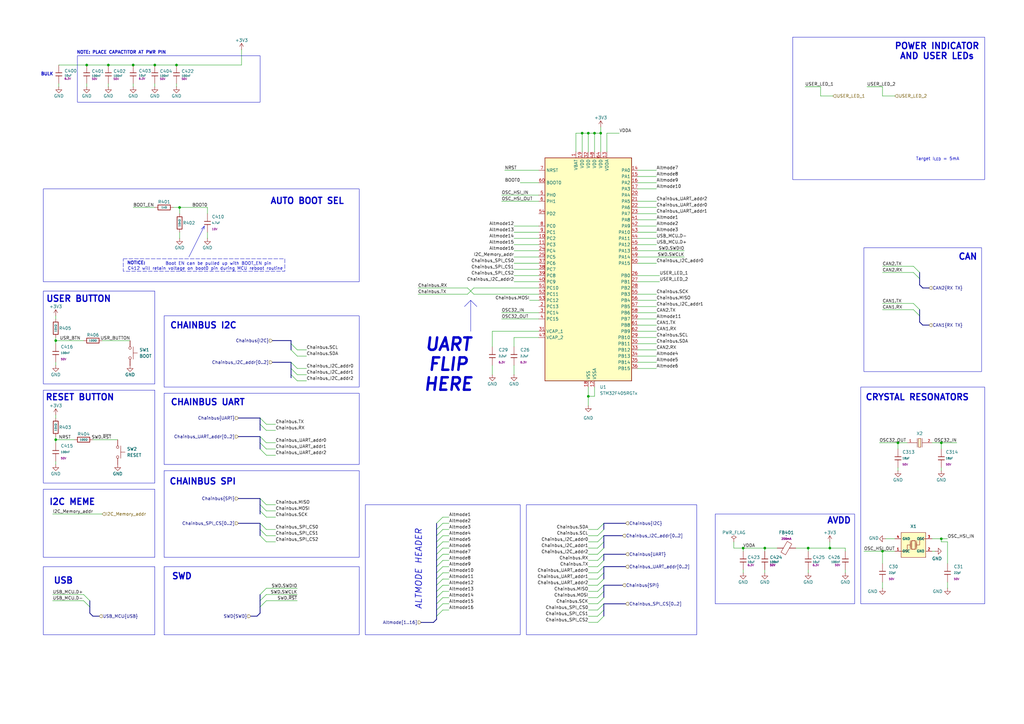
<source format=kicad_sch>
(kicad_sch (version 20250114) (generator "eeschema") (generator_version "9.0")
  (paper "A3")
  (title_block (title "MMS2") (date "2025-04-22") (rev "A") (company "Moducard System") (comment 1 "Artem Horiunov") (comment 2 "Designed in poland"))
  (rectangle (start 17.78 160.02) (end 63.5 198.12))
  (rectangle (start 50.546 106.172) (end 116.84 111.252) (stroke (width 0) (type dash)))
  (rectangle (start 31.75 22.86) (end 106.68 41.91))
  (rectangle (start 325.12 15.24) (end 403.86 73.66))
  (rectangle (start 215.9 207.01) (end 285.75 260.35))
  (rectangle (start 67.31 161.29) (end 147.32 190.5))
  (rectangle (start 17.78 200.66) (end 63.5 228.6))
  (rectangle (start 17.78 232.41) (end 63.5 260.35))
  (rectangle (start 149.86 207.01) (end 213.36 260.35))
  (rectangle (start 67.31 193.04) (end 147.32 228.6))
  (rectangle (start 17.78 77.47) (end 147.32 115.57))
  (rectangle (start 293.37 210.82) (end 350.52 247.65))
  (rectangle (start 17.78 119.38) (end 63.5 157.48))
  (rectangle (start 353.06 158.75) (end 403.86 247.65))
  (rectangle (start 354.33 101.6) (end 402.59 152.4))
  (rectangle (start 67.31 232.41) (end 147.32 260.35))
  (rectangle (start 67.31 129.54) (end 147.32 158.75))
  (text "UART\nFLIP\nHERE" (at 183.896 149.606 0) (effects (font (size 5.08 5.08) (thickness 1.016) (bold yes) (italic yes))))
  (text "NOTICE:" (at 55.88 107.95 0) (effects (font (size 1.27 1.27) (thickness 0.254) (bold yes))))
  (text "SWD\n" (at 70.358 236.474 0) (effects (font (size 2.54 2.54) (thickness 0.508) (bold yes)) (justify left)))
  (text "CHAINBUS UART\n" (at 69.85 165.1 0) (effects (font (size 2.54 2.54) (thickness 0.508) (bold yes)) (justify left)))
  (text "NOTE: PLACE CAPACTITOR AT PWR PIN\n\n" (at 49.784 22.606 0) (effects (font (size 1.27 1.27) (thickness 0.254) (bold yes))))
  (text "I2C MEME" (at 20.066 205.994 0) (effects (font (size 2.54 2.54) (thickness 0.508) (bold yes)) (justify left)))
  (text "Target I_{LED} = 5mA" (at 384.556 65.278 0) (effects (font (size 1.27 1.27))))
  (text "CHAINBUS SPI" (at 69.342 197.612 0) (effects (font (size 2.54 2.54) (thickness 0.508) (bold yes)) (justify left)))
  (text "                Boot EN can be pulled up with BOOT_EN pin\nC412 will retain voltage on boot0 pin during MCU reboot routine" (at 52.324 109.22 0) (effects (font (size 1.27 1.27)) (justify left)))
  (text "ALTMODE HEADER" (at 171.704 233.426 90) (effects (font (size 2.54 2.54) (thickness 0.254) (bold yes) (italic yes))))
  (text "AVDD" (at 339.09 213.614 0) (effects (font (size 2.54 2.54) (thickness 0.508) (bold yes)) (justify left)))
  (text "AUTO BOOT SEL" (at 110.744 82.55 0) (effects (font (size 2.54 2.54) (thickness 0.508) (bold yes)) (justify left)))
  (text "POWER INDICATOR\nAND USER LEDs" (at 384.302 21.082 0) (effects (font (size 2.54 2.54) (thickness 0.508) (bold yes))))
  (text "USB" (at 21.844 238.252 0) (effects (font (size 2.54 2.54) (thickness 0.508) (bold yes)) (justify left)))
  (text "CAN\n" (at 392.938 105.41 0) (effects (font (size 2.54 2.54) (thickness 0.508) (bold yes)) (justify left)))
  (text "RESET BUTTON" (at 18.542 163.068 0) (effects (font (size 2.54 2.54) (thickness 0.508) (bold yes)) (justify left)))
  (text "CHAINBUS I2C\n" (at 69.596 133.604 0) (effects (font (size 2.54 2.54) (thickness 0.508) (bold yes)) (justify left)))
  (text "USER BUTTON" (at 18.796 122.682 0) (effects (font (size 2.54 2.54) (thickness 0.508) (bold yes)) (justify left)))
  (text "BULK\n" (at 19.304 30.48 0) (effects (font (size 1.27 1.27) (thickness 0.254) (bold yes))))
  (text "CRYSTAL RESONATORS" (at 354.838 163.068 0) (effects (font (size 2.54 2.54) (thickness 0.508) (bold yes)) (justify left)))
  (junction (at 35.56 26.67))
  (junction (at 63.5 26.67))
  (junction (at 386.08 181.61))
  (junction (at 386.08 220.98))
  (junction (at 340.36 224.79))
  (junction (at 368.3 181.61))
  (junction (at 241.3 162.56))
  (junction (at 241.3 54.61))
  (junction (at 243.84 54.61))
  (junction (at 313.69 224.79))
  (junction (at 72.39 26.67))
  (junction (at 361.95 226.06))
  (junction (at 238.76 54.61))
  (junction (at 44.45 26.67))
  (junction (at 73.66 85.09))
  (junction (at 54.61 26.67))
  (junction (at 22.86 180.34))
  (junction (at 331.47 224.79))
  (junction (at 246.38 54.61))
  (junction (at 22.86 139.7))
  (junction (at 304.8 224.79))
  (bus_entry (at 247.65 240.03) (size -2.54 2.54))
  (bus_entry (at 119.38 151.13) (size 2.54 2.54))
  (bus_entry (at 247.65 245.11) (size -2.54 2.54))
  (bus_entry (at 106.68 204.47) (size 2.54 2.54))
  (bus_entry (at 374.65 124.46) (size 2.54 2.54))
  (bus_entry (at 106.68 217.17) (size 2.54 2.54))
  (bus_entry (at 247.65 252.73) (size -2.54 2.54))
  (bus_entry (at 179.07 234.95) (size 2.54 -2.54))
  (bus_entry (at 179.07 227.33) (size 2.54 -2.54))
  (bus_entry (at 374.65 127) (size 2.54 2.54))
  (bus_entry (at 179.07 240.03) (size 2.54 -2.54))
  (bus_entry (at 179.07 250.19) (size 2.54 -2.54))
  (bus_entry (at 179.07 237.49) (size 2.54 -2.54))
  (bus_entry (at 179.07 242.57) (size 2.54 -2.54))
  (bus_entry (at 245.11 217.17) (size 2.54 -2.54))
  (bus_entry (at 119.38 153.67) (size 2.54 2.54))
  (bus_entry (at 179.07 229.87) (size 2.54 -2.54))
  (bus_entry (at 106.68 209.55) (size 2.54 2.54))
  (bus_entry (at 106.68 184.15) (size 2.54 2.54))
  (bus_entry (at 374.65 111.76) (size 2.54 2.54))
  (bus_entry (at 36.83 248.92) (size -2.54 -2.54))
  (bus_entry (at 106.68 219.71) (size 2.54 2.54))
  (bus_entry (at 109.22 243.84) (size -2.54 2.54))
  (bus_entry (at 247.65 229.87) (size -2.54 2.54))
  (bus_entry (at 247.65 250.19) (size -2.54 2.54))
  (bus_entry (at 106.68 181.61) (size 2.54 2.54))
  (bus_entry (at 106.68 207.01) (size 2.54 2.54))
  (bus_entry (at 106.68 173.99) (size 2.54 2.54))
  (bus_entry (at 245.11 219.71) (size 2.54 -2.54))
  (bus_entry (at 109.22 241.3) (size -2.54 2.54))
  (bus_entry (at 247.65 224.79) (size -2.54 2.54))
  (bus_entry (at 179.07 214.63) (size 2.54 -2.54))
  (bus_entry (at 179.07 247.65) (size 2.54 -2.54))
  (bus_entry (at 109.22 246.38) (size -2.54 2.54))
  (bus_entry (at 119.38 148.59) (size 2.54 2.54))
  (bus_entry (at 374.65 109.22) (size 2.54 2.54))
  (bus_entry (at 247.65 234.95) (size -2.54 2.54))
  (bus_entry (at 179.07 217.17) (size 2.54 -2.54))
  (bus_entry (at 179.07 245.11) (size 2.54 -2.54))
  (bus_entry (at 36.83 246.38) (size -2.54 -2.54))
  (bus_entry (at 247.65 242.57) (size -2.54 2.54))
  (bus_entry (at 247.65 237.49) (size -2.54 2.54))
  (bus_entry (at 247.65 222.25) (size -2.54 2.54))
  (bus_entry (at 247.65 227.33) (size -2.54 2.54))
  (bus_entry (at 106.68 171.45) (size 2.54 2.54))
  (bus_entry (at 106.68 214.63) (size 2.54 2.54))
  (bus_entry (at 179.07 252.73) (size 2.54 -2.54))
  (bus_entry (at 119.38 140.97) (size 2.54 2.54))
  (bus_entry (at 119.38 143.51) (size 2.54 2.54))
  (bus_entry (at 179.07 219.71) (size 2.54 -2.54))
  (bus_entry (at 247.65 247.65) (size -2.54 2.54))
  (bus_entry (at 179.07 232.41) (size 2.54 -2.54))
  (bus_entry (at 106.68 179.07) (size 2.54 2.54))
  (bus_entry (at 247.65 219.71) (size -2.54 2.54))
  (bus_entry (at 179.07 222.25) (size 2.54 -2.54))
  (bus_entry (at 179.07 224.79) (size 2.54 -2.54))
  (bus_entry (at 247.65 232.41) (size -2.54 2.54))
  (wire (pts (xy 326.39 224.79) (xy 331.47 224.79)))
  (wire (pts (xy 361.95 109.22) (xy 374.65 109.22)))
  (wire (pts (xy 181.61 227.33) (xy 184.15 227.33)))
  (wire (pts (xy 261.62 100.33) (xy 269.24 100.33)))
  (wire (pts (xy 210.82 110.49) (xy 220.98 110.49)))
  (bus (pts (xy 97.79 179.07) (xy 106.68 179.07)))
  (bus (pts (xy 97.79 204.47) (xy 106.68 204.47)))
  (wire (pts (xy 22.86 129.54) (xy 22.86 130.81)))
  (bus (pts (xy 377.19 129.54) (xy 377.19 127)))
  (wire (pts (xy 261.62 82.55) (xy 269.24 82.55)))
  (wire (pts (xy 386.08 181.61) (xy 386.08 184.15)))
  (wire (pts (xy 241.3 247.65) (xy 245.11 247.65)))
  (bus (pts (xy 38.1 252.73) (xy 36.83 251.46)))
  (wire (pts (xy 241.3 162.56) (xy 241.3 166.37)))
  (wire (pts (xy 205.74 80.01) (xy 220.98 80.01)))
  (bus (pts (xy 378.46 133.35) (xy 377.19 132.08)))
  (wire (pts (xy 346.71 224.79) (xy 340.36 224.79)))
  (wire (pts (xy 181.61 219.71) (xy 184.15 219.71)))
  (wire (pts (xy 261.62 140.97) (xy 269.24 140.97)))
  (bus (pts (xy 106.68 209.55) (xy 106.68 210.82)))
  (wire (pts (xy 181.61 237.49) (xy 184.15 237.49)))
  (wire (pts (xy 261.62 102.87) (xy 280.67 102.87)))
  (polyline (pts (xy 82.55 93.98) (xy 83.82 92.71)))
  (wire (pts (xy 243.84 158.75) (xy 243.84 162.56)))
  (wire (pts (xy 241.3 232.41) (xy 245.11 232.41)))
  (wire (pts (xy 261.62 128.27) (xy 269.24 128.27)))
  (wire (pts (xy 236.22 62.23) (xy 236.22 54.61)))
  (bus (pts (xy 36.83 246.38) (xy 36.83 248.92)))
  (wire (pts (xy 386.08 181.61) (xy 392.43 181.61)))
  (bus (pts (xy 377.19 114.3) (xy 377.19 116.84)))
  (bus (pts (xy 119.38 151.13) (xy 119.38 153.67)))
  (wire (pts (xy 121.92 156.21) (xy 125.73 156.21)))
  (bus (pts (xy 179.07 219.71) (xy 179.07 222.25)))
  (wire (pts (xy 241.3 229.87) (xy 245.11 229.87)))
  (wire (pts (xy 261.62 143.51) (xy 269.24 143.51)))
  (bus (pts (xy 106.68 246.38) (xy 106.68 243.84)))
  (wire (pts (xy 261.62 148.59) (xy 269.24 148.59)))
  (wire (pts (xy 243.84 54.61) (xy 246.38 54.61)))
  (wire (pts (xy 201.93 149.86) (xy 201.93 153.67)))
  (wire (pts (xy 22.86 179.07) (xy 22.86 180.34)))
  (wire (pts (xy 22.86 189.23) (xy 22.86 190.5)))
  (wire (pts (xy 241.3 237.49) (xy 245.11 237.49)))
  (bus (pts (xy 97.79 171.45) (xy 106.68 171.45)))
  (bus (pts (xy 179.07 232.41) (xy 179.07 234.95)))
  (wire (pts (xy 54.61 85.09) (xy 63.5 85.09)))
  (wire (pts (xy 85.09 95.25) (xy 85.09 97.79)))
  (bus (pts (xy 36.83 248.92) (xy 36.83 251.46)))
  (wire (pts (xy 181.61 217.17) (xy 184.15 217.17)))
  (wire (pts (xy 121.92 243.84) (xy 109.22 243.84)))
  (wire (pts (xy 241.3 219.71) (xy 245.11 219.71)))
  (wire (pts (xy 201.93 135.89) (xy 201.93 142.24)))
  (wire (pts (xy 220.98 135.89) (xy 201.93 135.89)))
  (wire (pts (xy 261.62 90.17) (xy 269.24 90.17)))
  (bus (pts (xy 179.07 254) (xy 177.8 255.27)))
  (bus (pts (xy 119.38 139.7) (xy 119.38 140.97)))
  (wire (pts (xy 22.86 180.34) (xy 22.86 181.61)))
  (bus (pts (xy 247.65 214.63) (xy 247.65 217.17)))
  (bus (pts (xy 247.65 222.25) (xy 247.65 224.79)))
  (wire (pts (xy 336.55 35.56) (xy 336.55 39.37)))
  (wire (pts (xy 330.2 35.56) (xy 336.55 35.56)))
  (wire (pts (xy 109.22 209.55) (xy 113.03 209.55)))
  (bus (pts (xy 255.27 240.03) (xy 247.65 240.03)))
  (wire (pts (xy 261.62 130.81) (xy 269.24 130.81)))
  (wire (pts (xy 261.62 77.47) (xy 269.24 77.47)))
  (wire (pts (xy 261.62 138.43) (xy 269.24 138.43)))
  (wire (pts (xy 261.62 72.39) (xy 269.24 72.39)))
  (wire (pts (xy 181.61 247.65) (xy 184.15 247.65)))
  (wire (pts (xy 368.3 193.04) (xy 368.3 191.77)))
  (wire (pts (xy 24.13 26.67) (xy 35.56 26.67)))
  (bus (pts (xy 179.07 250.19) (xy 179.07 252.73)))
  (wire (pts (xy 210.82 105.41) (xy 220.98 105.41)))
  (wire (pts (xy 54.61 34.29) (xy 54.61 35.56)))
  (wire (pts (xy 210.82 100.33) (xy 220.98 100.33)))
  (wire (pts (xy 181.61 234.95) (xy 184.15 234.95)))
  (wire (pts (xy 44.45 26.67) (xy 54.61 26.67)))
  (wire (pts (xy 109.22 222.25) (xy 113.03 222.25)))
  (bus (pts (xy 111.76 139.7) (xy 119.38 139.7)))
  (wire (pts (xy 213.36 74.93) (xy 220.98 74.93)))
  (wire (pts (xy 181.61 224.79) (xy 184.15 224.79)))
  (wire (pts (xy 361.95 127) (xy 374.65 127)))
  (wire (pts (xy 261.62 135.89) (xy 269.24 135.89)))
  (bus (pts (xy 106.68 217.17) (xy 106.68 219.71)))
  (bus (pts (xy 179.07 229.87) (xy 179.07 232.41)))
  (bus (pts (xy 105.41 252.73) (xy 102.87 252.73)))
  (polyline (pts (xy 193.04 135.89) (xy 193.04 123.19)))
  (wire (pts (xy 210.82 138.43) (xy 210.82 142.24)))
  (wire (pts (xy 367.03 39.37) (xy 361.95 39.37)))
  (bus (pts (xy 378.46 133.35) (xy 381 133.35)))
  (wire (pts (xy 341.63 39.37) (xy 336.55 39.37)))
  (wire (pts (xy 236.22 54.61) (xy 238.76 54.61)))
  (wire (pts (xy 24.13 34.29) (xy 24.13 35.56)))
  (wire (pts (xy 181.61 222.25) (xy 184.15 222.25)))
  (bus (pts (xy 106.68 204.47) (xy 106.68 207.01)))
  (bus (pts (xy 119.38 140.97) (xy 119.38 143.51)))
  (wire (pts (xy 361.95 124.46) (xy 374.65 124.46)))
  (wire (pts (xy 205.74 130.81) (xy 220.98 130.81)))
  (wire (pts (xy 210.82 102.87) (xy 220.98 102.87)))
  (wire (pts (xy 181.61 245.11) (xy 184.15 245.11)))
  (wire (pts (xy 181.61 250.19) (xy 184.15 250.19)))
  (bus (pts (xy 179.07 234.95) (xy 179.07 237.49)))
  (wire (pts (xy 361.95 111.76) (xy 374.65 111.76)))
  (wire (pts (xy 73.66 85.09) (xy 73.66 87.63)))
  (wire (pts (xy 71.12 85.09) (xy 73.66 85.09)))
  (wire (pts (xy 300.99 222.25) (xy 300.99 224.79)))
  (wire (pts (xy 241.3 242.57) (xy 245.11 242.57)))
  (bus (pts (xy 247.65 247.65) (xy 247.65 250.19)))
  (wire (pts (xy 220.98 138.43) (xy 210.82 138.43)))
  (bus (pts (xy 179.07 242.57) (xy 179.07 245.11)))
  (bus (pts (xy 106.68 246.38) (xy 106.68 248.92)))
  (wire (pts (xy 361.95 35.56) (xy 361.95 39.37)))
  (wire (pts (xy 261.62 133.35) (xy 269.24 133.35)))
  (wire (pts (xy 313.69 233.68) (xy 313.69 234.95)))
  (wire (pts (xy 210.82 107.95) (xy 220.98 107.95)))
  (wire (pts (xy 121.92 143.51) (xy 125.73 143.51)))
  (wire (pts (xy 243.84 162.56) (xy 241.3 162.56)))
  (bus (pts (xy 97.79 214.63) (xy 106.68 214.63)))
  (wire (pts (xy 246.38 52.07) (xy 246.38 54.61)))
  (bus (pts (xy 255.27 219.71) (xy 247.65 219.71)))
  (bus (pts (xy 106.68 248.92) (xy 106.68 251.46)))
  (bus (pts (xy 106.68 171.45) (xy 106.68 173.99)))
  (bus (pts (xy 106.68 181.61) (xy 106.68 184.15)))
  (bus (pts (xy 179.07 247.65) (xy 179.07 250.19)))
  (wire (pts (xy 22.86 139.7) (xy 22.86 140.97)))
  (wire (pts (xy 109.22 184.15) (xy 113.03 184.15)))
  (bus (pts (xy 378.46 118.11) (xy 381 118.11)))
  (bus (pts (xy 106.68 179.07) (xy 106.68 181.61)))
  (bus (pts (xy 179.07 245.11) (xy 179.07 247.65)))
  (wire (pts (xy 386.08 193.04) (xy 386.08 191.77)))
  (wire (pts (xy 241.3 250.19) (xy 245.11 250.19)))
  (bus (pts (xy 179.07 217.17) (xy 179.07 219.71)))
  (wire (pts (xy 388.62 222.25) (xy 388.62 231.14)))
  (wire (pts (xy 304.8 226.06) (xy 304.8 224.79)))
  (wire (pts (xy 44.45 34.29) (xy 44.45 35.56)))
  (bus (pts (xy 179.07 214.63) (xy 179.07 217.17)))
  (wire (pts (xy 241.3 240.03) (xy 245.11 240.03)))
  (wire (pts (xy 22.86 180.34) (xy 30.48 180.34)))
  (bus (pts (xy 247.65 240.03) (xy 247.65 242.57)))
  (wire (pts (xy 121.92 151.13) (xy 125.73 151.13)))
  (wire (pts (xy 210.82 115.57) (xy 220.98 115.57)))
  (bus (pts (xy 256.54 232.41) (xy 247.65 232.41)))
  (wire (pts (xy 109.22 212.09) (xy 113.03 212.09)))
  (bus (pts (xy 172.72 255.27) (xy 177.8 255.27)))
  (wire (pts (xy 241.3 245.11) (xy 245.11 245.11)))
  (wire (pts (xy 109.22 173.99) (xy 113.03 173.99)))
  (wire (pts (xy 109.22 207.01) (xy 113.03 207.01)))
  (bus (pts (xy 179.07 240.03) (xy 179.07 242.57)))
  (wire (pts (xy 63.5 26.67) (xy 72.39 26.67)))
  (wire (pts (xy 241.3 158.75) (xy 241.3 162.56)))
  (wire (pts (xy 243.84 62.23) (xy 243.84 54.61)))
  (wire (pts (xy 220.98 118.11) (xy 194.31 118.11)))
  (bus (pts (xy 179.07 237.49) (xy 179.07 240.03)))
  (wire (pts (xy 261.62 85.09) (xy 269.24 85.09)))
  (wire (pts (xy 355.6 35.56) (xy 361.95 35.56)))
  (wire (pts (xy 72.39 34.29) (xy 72.39 35.56)))
  (bus (pts (xy 247.65 232.41) (xy 247.65 234.95)))
  (bus (pts (xy 105.41 252.73) (xy 106.68 251.46)))
  (wire (pts (xy 261.62 74.93) (xy 269.24 74.93)))
  (bus (pts (xy 179.07 252.73) (xy 179.07 254)))
  (wire (pts (xy 121.92 246.38) (xy 109.22 246.38)))
  (wire (pts (xy 346.71 226.06) (xy 346.71 224.79)))
  (wire (pts (xy 217.17 123.19) (xy 220.98 123.19)))
  (wire (pts (xy 210.82 113.03) (xy 220.98 113.03)))
  (wire (pts (xy 248.92 54.61) (xy 248.92 62.23)))
  (bus (pts (xy 111.76 148.59) (xy 119.38 148.59)))
  (wire (pts (xy 171.45 120.65) (xy 191.77 120.65)))
  (wire (pts (xy 194.31 120.65) (xy 220.98 120.65)))
  (wire (pts (xy 382.27 220.98) (xy 386.08 220.98)))
  (wire (pts (xy 386.08 220.98) (xy 388.62 220.98)))
  (wire (pts (xy 238.76 54.61) (xy 241.3 54.61)))
  (wire (pts (xy 241.3 222.25) (xy 245.11 222.25)))
  (wire (pts (xy 261.62 151.13) (xy 269.24 151.13)))
  (wire (pts (xy 181.61 242.57) (xy 184.15 242.57)))
  (wire (pts (xy 361.95 226.06) (xy 361.95 231.14)))
  (wire (pts (xy 368.3 181.61) (xy 372.11 181.61)))
  (wire (pts (xy 238.76 62.23) (xy 238.76 54.61)))
  (wire (pts (xy 191.77 118.11) (xy 194.31 120.65)))
  (wire (pts (xy 246.38 54.61) (xy 246.38 62.23)))
  (bus (pts (xy 119.38 148.59) (xy 119.38 151.13)))
  (bus (pts (xy 106.68 173.99) (xy 106.68 176.53)))
  (wire (pts (xy 340.36 222.25) (xy 340.36 224.79)))
  (wire (pts (xy 205.74 82.55) (xy 220.98 82.55)))
  (wire (pts (xy 383.54 226.06) (xy 382.27 226.06)))
  (wire (pts (xy 261.62 87.63) (xy 269.24 87.63)))
  (bus (pts (xy 378.46 118.11) (xy 377.19 116.84)))
  (wire (pts (xy 21.59 210.82) (xy 41.91 210.82)))
  (wire (pts (xy 35.56 26.67) (xy 44.45 26.67)))
  (wire (pts (xy 361.95 226.06) (xy 367.03 226.06)))
  (wire (pts (xy 241.3 217.17) (xy 245.11 217.17)))
  (bus (pts (xy 179.07 227.33) (xy 179.07 229.87)))
  (wire (pts (xy 241.3 227.33) (xy 245.11 227.33)))
  (bus (pts (xy 38.1 252.73) (xy 40.64 252.73)))
  (wire (pts (xy 261.62 105.41) (xy 280.67 105.41)))
  (wire (pts (xy 194.31 118.11) (xy 191.77 120.65)))
  (bus (pts (xy 119.38 153.67) (xy 119.38 154.94)))
  (wire (pts (xy 109.22 186.69) (xy 113.03 186.69)))
  (wire (pts (xy 109.22 176.53) (xy 113.03 176.53)))
  (polyline (pts (xy 193.04 123.19) (xy 190.5 125.73)))
  (wire (pts (xy 363.22 220.98) (xy 367.03 220.98)))
  (wire (pts (xy 368.3 181.61) (xy 368.3 184.15)))
  (wire (pts (xy 22.86 139.7) (xy 34.29 139.7)))
  (wire (pts (xy 261.62 115.57) (xy 270.51 115.57)))
  (wire (pts (xy 261.62 120.65) (xy 269.24 120.65)))
  (wire (pts (xy 241.3 234.95) (xy 245.11 234.95)))
  (wire (pts (xy 63.5 34.29) (xy 63.5 35.56)))
  (wire (pts (xy 205.74 128.27) (xy 220.98 128.27)))
  (wire (pts (xy 241.3 252.73) (xy 245.11 252.73)))
  (wire (pts (xy 109.22 217.17) (xy 113.03 217.17)))
  (bus (pts (xy 179.07 222.25) (xy 179.07 224.79)))
  (wire (pts (xy 22.86 148.59) (xy 22.86 149.86)))
  (wire (pts (xy 388.62 222.25) (xy 386.08 222.25)))
  (bus (pts (xy 106.68 207.01) (xy 106.68 209.55)))
  (wire (pts (xy 386.08 222.25) (xy 386.08 220.98)))
  (bus (pts (xy 377.19 129.54) (xy 377.19 132.08)))
  (wire (pts (xy 171.45 118.11) (xy 191.77 118.11)))
  (wire (pts (xy 210.82 92.71) (xy 220.98 92.71)))
  (wire (pts (xy 121.92 241.3) (xy 109.22 241.3)))
  (wire (pts (xy 354.33 226.06) (xy 361.95 226.06)))
  (wire (pts (xy 261.62 123.19) (xy 269.24 123.19)))
  (wire (pts (xy 207.01 69.85) (xy 220.98 69.85)))
  (wire (pts (xy 181.61 240.03) (xy 184.15 240.03)))
  (wire (pts (xy 304.8 233.68) (xy 304.8 234.95)))
  (wire (pts (xy 261.62 107.95) (xy 269.24 107.95)))
  (bus (pts (xy 106.68 214.63) (xy 106.68 217.17)))
  (wire (pts (xy 261.62 69.85) (xy 269.24 69.85)))
  (wire (pts (xy 382.27 181.61) (xy 386.08 181.61)))
  (bus (pts (xy 256.54 227.33) (xy 247.65 227.33)))
  (wire (pts (xy 41.91 139.7) (xy 53.34 139.7)))
  (wire (pts (xy 261.62 95.25) (xy 269.24 95.25)))
  (bus (pts (xy 247.65 242.57) (xy 247.65 245.11)))
  (wire (pts (xy 304.8 224.79) (xy 313.69 224.79)))
  (wire (pts (xy 181.61 212.09) (xy 184.15 212.09)))
  (wire (pts (xy 38.1 180.34) (xy 48.26 180.34)))
  (bus (pts (xy 247.65 227.33) (xy 247.65 229.87)))
  (wire (pts (xy 300.99 224.79) (xy 304.8 224.79)))
  (bus (pts (xy 247.65 219.71) (xy 247.65 222.25)))
  (bus (pts (xy 256.54 247.65) (xy 247.65 247.65)))
  (wire (pts (xy 22.86 171.45) (xy 22.86 170.18)))
  (bus (pts (xy 247.65 234.95) (xy 247.65 237.49)))
  (wire (pts (xy 331.47 224.79) (xy 340.36 224.79)))
  (polyline (pts (xy 77.47 105.41) (xy 83.82 92.71)))
  (wire (pts (xy 361.95 238.76) (xy 361.95 241.3)))
  (wire (pts (xy 109.22 219.71) (xy 113.03 219.71)))
  (wire (pts (xy 261.62 125.73) (xy 269.24 125.73)))
  (wire (pts (xy 346.71 233.68) (xy 346.71 234.95)))
  (bus (pts (xy 247.65 250.19) (xy 247.65 252.73)))
  (wire (pts (xy 54.61 26.67) (xy 63.5 26.67)))
  (polyline (pts (xy 195.58 125.73) (xy 193.04 123.19)))
  (wire (pts (xy 109.22 181.61) (xy 113.03 181.61)))
  (wire (pts (xy 360.68 181.61) (xy 368.3 181.61)))
  (bus (pts (xy 377.19 111.76) (xy 377.19 114.3)))
  (wire (pts (xy 241.3 62.23) (xy 241.3 54.61)))
  (wire (pts (xy 121.92 153.67) (xy 125.73 153.67)))
  (wire (pts (xy 181.61 214.63) (xy 184.15 214.63)))
  (wire (pts (xy 181.61 232.41) (xy 184.15 232.41)))
  (wire (pts (xy 34.29 243.84) (xy 21.59 243.84)))
  (wire (pts (xy 34.29 246.38) (xy 21.59 246.38)))
  (wire (pts (xy 254 54.61) (xy 248.92 54.61)))
  (polyline (pts (xy 83.82 92.71) (xy 83.82 93.98)))
  (wire (pts (xy 210.82 149.86) (xy 210.82 153.67)))
  (wire (pts (xy 22.86 138.43) (xy 22.86 139.7)))
  (wire (pts (xy 313.69 224.79) (xy 318.77 224.79)))
  (wire (pts (xy 99.06 20.32) (xy 99.06 26.67)))
  (wire (pts (xy 261.62 92.71) (xy 269.24 92.71)))
  (wire (pts (xy 121.92 146.05) (xy 125.73 146.05)))
  (wire (pts (xy 241.3 224.79) (xy 245.11 224.79)))
  (wire (pts (xy 261.62 113.03) (xy 270.51 113.03)))
  (wire (pts (xy 313.69 226.06) (xy 313.69 224.79)))
  (wire (pts (xy 331.47 226.06) (xy 331.47 224.79)))
  (bus (pts (xy 256.54 214.63) (xy 247.65 214.63)))
  (wire (pts (xy 261.62 146.05) (xy 269.24 146.05)))
  (wire (pts (xy 388.62 238.76) (xy 388.62 241.3)))
  (wire (pts (xy 35.56 34.29) (xy 35.56 35.56)))
  (wire (pts (xy 85.09 85.09) (xy 85.09 87.63)))
  (wire (pts (xy 210.82 97.79) (xy 220.98 97.79)))
  (wire (pts (xy 72.39 26.67) (xy 99.06 26.67)))
  (wire (pts (xy 73.66 97.79) (xy 73.66 95.25)))
  (wire (pts (xy 261.62 97.79) (xy 269.24 97.79)))
  (wire (pts (xy 210.82 95.25) (xy 220.98 95.25)))
  (wire (pts (xy 181.61 229.87) (xy 184.15 229.87)))
  (wire (pts (xy 331.47 233.68) (xy 331.47 234.95)))
  (wire (pts (xy 73.66 85.09) (xy 85.09 85.09)))
  (wire (pts (xy 241.3 255.27) (xy 245.11 255.27)))
  (bus (pts (xy 179.07 224.79) (xy 179.07 227.33)))
  (wire (pts (xy 241.3 54.61) (xy 243.84 54.61)))
  (label "Chainbus.MISO" (at 113.03 207.01 0))
  (label "BOOT_EN" (at 54.61 85.09 0))
  (label "Chainbus_SPI_CS1" (at 210.82 110.49 180))
  (label "SWD.SWCLK" (at 280.67 105.41 180))
  (label "USER_LED_1" (at 330.2 35.56 0))
  (label "OSC_HSI_IN" (at 205.74 80.01 0))
  (label "Altmode13" (at 210.82 95.25 180))
  (label "SWD.SWCLK" (at 121.92 243.84 180))
  (label "SWD.~{RST}" (at 121.92 246.38 180))
  (label "Chainbus_UART_addr1" (at 113.03 184.15 0))
  (label "Altmode3" (at 184.15 217.17 0))
  (label "USB_MCU.D-" (at 269.24 97.79 0))
  (label "Chainbus.SDA" (at 241.3 217.17 180))
  (label "Chainbus.SCL" (at 241.3 219.71 180))
  (label "Chainbus.MISO" (at 241.3 242.57 180))
  (label "Altmode14" (at 184.15 245.11 0))
  (label "USER_LED_2" (at 270.51 115.57 0))
  (label "BOOT0" (at 85.09 85.09 180))
  (label "OSC32_OUT" (at 205.74 130.81 0))
  (label "Altmode9" (at 184.15 232.41 0))
  (label "Chainbus_I2C_addr2" (at 210.82 115.57 180))
  (label "CAN1.TX" (at 269.24 133.35 0))
  (label "Altmode1" (at 269.24 90.17 0))
  (label "USER_LED_2" (at 355.6 35.56 0))
  (label "Altmode8" (at 184.15 229.87 0))
  (label "Altmode9" (at 269.24 74.93 0))
  (label "SWD.~{RST}" (at 45.72 180.34 180))
  (label "Chainbus.MOSI" (at 241.3 245.11 180))
  (label "SWD.SWDIO" (at 280.67 102.87 180))
  (label "Altmode5" (at 184.15 222.25 0))
  (label "Altmode7" (at 269.24 69.85 0))
  (label "Altmode6" (at 269.24 151.13 0))
  (label "Chainbus.SCK" (at 269.24 120.65 0))
  (label "OSC32_IN" (at 392.43 181.61 180))
  (label "Chainbus_I2C_addr0" (at 125.73 151.13 0))
  (label "Altmode13" (at 184.15 242.57 0))
  (label "CAN2.TX" (at 361.95 109.22 0))
  (label "NRST" (at 24.13 180.34 0))
  (label "OSC_HSI_OUT" (at 205.74 82.55 0))
  (label "CAN2.RX" (at 269.24 143.51 0))
  (label "OSC_HSI_OUT" (at 354.33 226.06 0))
  (label "Chainbus.MISO" (at 269.24 123.19 0))
  (label "Altmode6" (at 184.15 224.79 0))
  (label "Chainbus_I2C_addr2" (at 241.3 227.33 180))
  (label "Altmode5" (at 269.24 148.59 0))
  (label "Chainbus_SPI_CS2" (at 210.82 113.03 180))
  (label "OSC32_OUT" (at 360.68 181.61 0))
  (label "CAN1.TX" (at 361.95 124.46 0))
  (label "Chainbus_UART_addr0" (at 269.24 85.09 0))
  (label "USB_MCU.D+" (at 21.59 243.84 0))
  (label "Chainbus_SPI_CS1" (at 113.03 219.71 0))
  (label "USER_LED_1" (at 270.51 113.03 0))
  (label "Chainbus.TX" (at 113.03 173.99 0))
  (label "I2C_Memory_addr" (at 210.82 105.41 180))
  (label "Altmode15" (at 184.15 247.65 0))
  (label "Chainbus_I2C_addr1" (at 241.3 224.79 180))
  (label "Chainbus.TX" (at 171.45 120.65 0))
  (label "Altmode16" (at 210.82 102.87 180))
  (label "Chainbus_SPI_CS0" (at 113.03 217.17 0))
  (label "Altmode2" (at 184.15 214.63 0))
  (label "Chainbus.SCK" (at 241.3 247.65 180))
  (label "Chainbus.MOSI" (at 217.17 123.19 180))
  (label "Chainbus_UART_addr0" (at 113.03 181.61 0))
  (label "Chainbus_SPI_CS0" (at 241.3 250.19 180))
  (label "Chainbus.SDA" (at 269.24 140.97 0))
  (label "Altmode4" (at 184.15 219.71 0))
  (label "Chainbus_UART_addr2" (at 241.3 240.03 180))
  (label "Altmode11" (at 184.15 237.49 0))
  (label "Altmode3" (at 269.24 95.25 0))
  (label "CAN1.RX" (at 361.95 127 0))
  (label "Chainbus.SCL" (at 269.24 138.43 0))
  (label "Altmode11" (at 269.24 130.81 0))
  (label "Chainbus_SPI_CS2" (at 241.3 255.27 180))
  (label "USR_BTN" (at 33.02 139.7 180))
  (label "Chainbus.RX" (at 241.3 229.87 180))
  (label "Altmode14" (at 210.82 97.79 180))
  (label "USR_BUTTON" (at 53.34 139.7 180))
  (label "USB_MCU.D-" (at 21.59 246.38 0))
  (label "Altmode1" (at 184.15 212.09 0))
  (label "Altmode2" (at 269.24 92.71 0))
  (label "Chainbus.RX" (at 171.45 118.11 0))
  (label "Chainbus.TX" (at 241.3 232.41 180))
  (label "Altmode7" (at 184.15 227.33 0))
  (label "Altmode10" (at 184.15 234.95 0))
  (label "USB_MCU.D+" (at 269.24 100.33 0))
  (label "Chainbus.RX" (at 113.03 176.53 0))
  (label "Altmode10" (at 269.24 77.47 0))
  (label "VDDA" (at 254 54.61 0))
  (label "NRST" (at 207.01 69.85 0))
  (label "CAN2.RX" (at 361.95 111.76 0))
  (label "Chainbus_I2C_addr0" (at 269.24 107.95 0))
  (label "Chainbus_UART_addr2" (at 113.03 186.69 0))
  (label "Chainbus_UART_addr0" (at 241.3 234.95 180))
  (label "Altmode12" (at 210.82 92.71 180))
  (label "Altmode12" (at 184.15 240.03 0))
  (label "Chainbus.MOSI" (at 113.03 209.55 0))
  (label "Altmode4" (at 269.24 146.05 0))
  (label "BOOT0" (at 213.36 74.93 180))
  (label "Chainbus_I2C_addr1" (at 125.73 153.67 0))
  (label "Altmode16" (at 184.15 250.19 0))
  (label "VDDA" (at 304.8 224.79 0))
  (label "OSC_HSI_IN" (at 388.62 220.98 0))
  (label "Chainbus_SPI_CS2" (at 113.03 222.25 0))
  (label "SWD.SWDIO" (at 121.92 241.3 180))
  (label "Chainbus_I2C_addr0" (at 241.3 222.25 180))
  (label "Chainbus_SPI_CS0" (at 210.82 107.95 180))
  (label "I2C_Memory_addr" (at 21.59 210.82 0))
  (label "CAN2.TX" (at 269.24 128.27 0))
  (label "CAN1.RX" (at 269.24 135.89 0))
  (label "Altmode8" (at 269.24 72.39 0))
  (label "Chainbus.SCL" (at 125.73 143.51 0))
  (label "Chainbus.SDA" (at 125.73 146.05 0))
  (label "Chainbus_UART_addr2" (at 269.24 82.55 0))
  (label "Chainbus_UART_addr1" (at 241.3 237.49 180))
  (label "Chainbus_UART_addr1" (at 269.24 87.63 0))
  (label "Chainbus.SCK" (at 113.03 212.09 0))
  (label "Chainbus_I2C_addr2" (at 125.73 156.21 0))
  (label "Chainbus_SPI_CS1" (at 241.3 252.73 180))
  (label "OSC32_IN" (at 205.74 128.27 0))
  (label "Altmode15" (at 210.82 100.33 180))
  (label "Chainbus_I2C_addr1" (at 269.24 125.73 0))
  (hierarchical_label "Altmode[1..16]" (shape input) (at 172.72 255.27 180))
  (hierarchical_label "Chainbus_UART_addr[0..2]" (shape input) (at 256.54 232.41 0))
  (hierarchical_label "Chainbus{UART}" (shape input) (at 256.54 227.33 0))
  (hierarchical_label "Chainbus_I2C_addr[0..2]" (shape input) (at 255.27 219.71 0))
  (hierarchical_label "USER_LED_2" (shape input) (at 367.03 39.37 0))
  (hierarchical_label "USB_MCU{USB}" (shape input) (at 40.64 252.73 0))
  (hierarchical_label "Chainbus_I2C_addr[0..2]" (shape input) (at 111.76 148.59 180))
  (hierarchical_label "Chainbus{I2C}" (shape input) (at 256.54 214.63 0))
  (hierarchical_label "CAN2{RX TX}" (shape input) (at 381 118.11 0))
  (hierarchical_label "USER_LED_1" (shape input) (at 341.63 39.37 0))
  (hierarchical_label "Chainbus_SPI_CS[0..2]" (shape input) (at 97.79 214.63 180))
  (hierarchical_label "Chainbus{SPI}" (shape input) (at 255.27 240.03 0))
  (hierarchical_label "Chainbus{SPI}" (shape input) (at 97.79 204.47 180))
  (hierarchical_label "SWD{SWD}" (shape input) (at 102.87 252.73 180))
  (hierarchical_label "CAN1{RX TX}" (shape input) (at 381 133.35 0))
  (hierarchical_label "I2C_Memory_addr" (shape input) (at 41.91 210.82 0))
  (hierarchical_label "Chainbus{UART}" (shape input) (at 97.79 171.45 180))
  (hierarchical_label "Chainbus{I2C}" (shape input) (at 111.76 139.7 180))
  (hierarchical_label "Chainbus_UART_addr[0..2]" (shape input) (at 97.79 179.07 180))
  (hierarchical_label "Chainbus_SPI_CS[0..2]" (shape input) (at 256.54 247.65 0))
  (symbol (lib_id "power:PWR_FLAG") (at 300.99 222.25 0) (unit 1)
    (property "Reference" "#FLG0907" (effects (hide yes)))
    (property "Value" "PWR_FLAG" (at 300.99 218.44 0))
    (property "Description" "Special symbol for telling ERC where power comes from" (effects (hide yes)))
  )
  (symbol (lib_id "power:GND") (at 22.86 149.86 0) (unit 1)
    (property "Reference" "#PWR0425" (effects (hide yes)))
    (property "Value" "GND" (at 22.86 153.67 0))
    (property "Description" "Power symbol creates a global label with name \"GND\" , ground" (effects (hide yes)))
  )
  (symbol (lib_id "power:GND") (at 386.08 193.04 0) (unit 1)
    (property "Reference" "#PWR0332" (effects (hide yes)))
    (property "Value" "GND" (at 386.08 196.85 0))
    (property "Description" "Power symbol creates a global label with name \"GND\" , ground" (effects (hide yes)))
  )
  (symbol (lib_id "power:GND") (at 53.34 149.86 0) (unit 1)
    (property "Reference" "#PWR045" (effects (hide yes)))
    (property "Value" "GND" (at 53.34 153.67 0))
    (property "Description" "Power symbol creates a global label with name \"GND\" , ground" (effects (hide yes)))
  )
  (symbol (lib_id "PCM_JLCPCB-Inductors:Ferrite,0603") (at 322.58 224.79 90) (unit 1)
    (property "Reference" "FB401" (at 322.5292 218.44 90))
    (property "Value" "~" (at 322.5292 219.71 90) (effects (font (size 0.8 0.8))))
    (property "Footprint" "PCM_JLCPCB:FB_0603" (effects (hide yes)))
    (property "Datasheet" "https://www.lcsc.com/datasheet/lcsc_datasheet_2310301640_Sunlord-GZ1608D601TF_C1002.pdf" (effects (hide yes)))
    (property "Description" "450mΩ ±25% 600Ω@100MHz 0603 Ferrite Beads ROHS" (effects (hide yes)))
    (property "LCSC" "C1002" (effects (hide yes)))
    (property "Stock" "565849" (effects (hide yes)))
    (property "Price" "0.010USD" (effects (hide yes)))
    (property "Process" "SMT" (effects (hide yes)))
    (property "Minimum Qty" "20" (effects (hide yes)))
    (property "Attrition Qty" "6" (effects (hide yes)))
    (property "Class" "Basic Component" (effects (hide yes)))
    (property "Category" "Filters/EMI Optimization,Ferrite Beads" (effects (hide yes)))
    (property "Manufacturer" "Sunlord" (effects (hide yes)))
    (property "Part" "GZ1608D601TF" (effects (hide yes)))
    (property "DC Resistance" "450mΩ" (effects (hide yes)))
    (property "Impedance @ Frequency" "600Ω@100MHz" (effects (hide yes)))
    (property "Circuits" "1" (effects (hide yes)))
    (property "Current Rating" "200mA" (at 322.5292 220.98 90) (effects (font (size 0.8 0.8))))
    (property "Tolerance" "±25%" (effects (hide yes)))
  )
  (symbol (lib_id "PCM_JLCPCB-Capacitors:0402,4.7uF") (at 85.09 91.44 0) (unit 1)
    (property "Reference" "C410" (at 86.868 88.9 0) (effects (justify left)))
    (property "Value" "4.7uF" (at 86.868 91.4401 0) (effects (font (size 0.8 0.8)) (justify left)))
    (property "Footprint" "PCM_JLCPCB:C_0402" (effects (hide yes)))
    (property "Datasheet" "https://www.lcsc.com/datasheet/lcsc_datasheet_2304140030_Samsung-Electro-Mechanics-CL05A475MP5NRNC_C23733.pdf" (effects (hide yes)))
    (property "Description" "10V 4.7uF X5R ±20% 0402 Multilayer Ceramic Capacitors MLCC - SMD/SMT ROHS" (effects (hide yes)))
    (property "LCSC" "C23733" (effects (hide yes)))
    (property "Stock" "1633861" (effects (hide yes)))
    (property "Price" "0.008USD" (effects (hide yes)))
    (property "Process" "SMT" (effects (hide yes)))
    (property "Minimum Qty" "20" (effects (hide yes)))
    (property "Attrition Qty" "10" (effects (hide yes)))
    (property "Class" "Basic Component" (effects (hide yes)))
    (property "Category" "Capacitors,Multilayer Ceramic Capacitors MLCC - SMD/SMT" (effects (hide yes)))
    (property "Manufacturer" "Samsung Electro-Mechanics" (effects (hide yes)))
    (property "Part" "CL05A475MP5NRNC" (effects (hide yes)))
    (property "Voltage Rated" "10V" (at 86.868 93.9801 0) (effects (font (size 0.8 0.8)) (justify left)))
    (property "Tolerance" "±20%" (effects (hide yes)))
    (property "Capacitance" "4.7uF" (effects (hide yes)))
    (property "Temperature Coefficient" "X5R" (effects (hide yes)))
  )
  (symbol (lib_id "PCM_JLCPCB-Capacitors:0402,100nF,(2)") (at 72.39 30.48 0) (unit 1)
    (property "Reference" "C422" (at 74.422 29.21 0) (effects (justify left)))
    (property "Value" "100nF" (at 74.422 31.115 0) (effects (font (size 0.8 0.8)) (justify left)))
    (property "Footprint" "PCM_JLCPCB:C_0402" (effects (hide yes)))
    (property "Datasheet" "https://www.lcsc.com/datasheet/lcsc_datasheet_2304140030_Samsung-Electro-Mechanics-CL05B104KB54PNC_C307331.pdf" (effects (hide yes)))
    (property "Description" "50V 100nF X7R ±10% 0402 Multilayer Ceramic Capacitors MLCC - SMD/SMT ROHS" (effects (hide yes)))
    (property "LCSC" "C307331" (effects (hide yes)))
    (property "Stock" "5436546" (effects (hide yes)))
    (property "Price" "0.008USD" (effects (hide yes)))
    (property "Process" "SMT" (effects (hide yes)))
    (property "Minimum Qty" "20" (effects (hide yes)))
    (property "Attrition Qty" "10" (effects (hide yes)))
    (property "Class" "Basic Component" (effects (hide yes)))
    (property "Category" "Capacitors,Multilayer Ceramic Capacitors MLCC - SMD/SMT" (effects (hide yes)))
    (property "Manufacturer" "Samsung Electro-Mechanics" (effects (hide yes)))
    (property "Part" "CL05B104KB54PNC" (effects (hide yes)))
    (property "Voltage Rated" "50V" (at 74.422 32.385 0) (effects (font (size 0.8 0.8)) (justify left)))
    (property "Tolerance" "±10%" (effects (hide yes)))
    (property "Capacitance" "100nF" (effects (hide yes)))
    (property "Temperature Coefficient" "X7R" (effects (hide yes)))
  )
  (symbol (lib_id "Switch:SW_Push") (at 48.26 185.42 270) (unit 1)
    (property "Reference" "SW2" (at 52.07 184.1499 90) (effects (justify left)))
    (property "Value" "RESET" (at 52.07 186.6899 90) (effects (justify left)))
    (property "Footprint" "Button_Switch_SMD:SW_Tactile_SPST_NO_Straight_CK_PTS636Sx25SMTRLFS" (effects (hide yes)))
    (property "Description" "Push button switch, generic, two pins" (effects (hide yes)))
    (property "LCSC" " C2888954" (effects (hide yes)))
    (property "MPN" "TSB008A2530A" (effects (hide yes)))
  )
  (symbol (lib_id "power:GND") (at 48.26 190.5 0) (unit 1)
    (property "Reference" "#PWR0421" (effects (hide yes)))
    (property "Value" "GND" (at 48.26 194.31 0))
    (property "Description" "Power symbol creates a global label with name \"GND\" , ground" (effects (hide yes)))
  )
  (symbol (lib_id "PCM_JLCPCB-Crystals:Crystal, 25MHz, 11pF") (at 374.65 223.52 0) (unit 1)
    (property "Reference" "X1" (at 374.65 215.9 0))
    (property "Value" "X32258MOB4SI" (effects (hide yes)))
    (property "Footprint" "PCM_JLCPCB:OSC-SMD_4P-L3.2-W2.5-BL" (effects (hide yes)))
    (property "Datasheet" "https://www.lcsc.com/datasheet/lcsc_datasheet_2403291504_YXC-Crystal-Oscillators-X322525MOB4SI_C9006.pdf" (effects (hide yes)))
    (property "Description" "CRYSTAL 8MHz 12pF SMD" (effects (hide yes)))
    (property "LCSC" "C2682775" (effects (hide yes)))
    (property "Stock" "124311" (effects (hide yes)))
    (property "Price" "0.071USD" (effects (hide yes)))
    (property "Process" "SMT" (effects (hide yes)))
    (property "Minimum Qty" "5" (effects (hide yes)))
    (property "Attrition Qty" "4" (effects (hide yes)))
    (property "Class" "Basic Component" (effects (hide yes)))
    (property "Category" "Crystals/Oscillators/Resonators,Crystals" (effects (hide yes)))
    (property "Manufacturer" "Yangxing Tech" (effects (hide yes)))
    (property "Part" "X322525MOB4SI" (effects (hide yes)))
    (property "Frequency" "8MHz" (effects (hide yes)))
    (property "Frequency Stability" "±10ppm" (effects (hide yes)))
    (property "Operating Temperature" "-40°C~+85°C" (effects (hide yes)))
    (property "Frequency Tolerance" "±10ppm" (effects (hide yes)))
    (property "Crystal Type" "SMD Crystal Resonator" (effects (hide yes)))
    (property "Load Capacitance" "12pF" (effects (hide yes)))
    (property "Normal Temperature Frequency Tolerance" "±10ppm" (effects (hide yes)))
    (property "Type" "Surface Mount Crystal" (effects (hide yes)))
  )
  (symbol (lib_id "PCM_JLCPCB-Capacitors:0402,22pF") (at 361.95 234.95 0) (unit 1)
    (property "Reference" "C30" (at 364.49 232.4099 0) (effects (justify left)))
    (property "Value" "22pF" (at 364.49 234.95 0) (effects (font (size 0.8 0.8)) (justify left)))
    (property "Footprint" "PCM_JLCPCB:C_0402" (effects (hide yes)))
    (property "Datasheet" "https://www.lcsc.com/datasheet/lcsc_datasheet_2304140030_FH--Guangdong-Fenghua-Advanced-Tech-0402CG220J500NT_C1555.pdf" (effects (hide yes)))
    (property "Description" "50V 22pF C0G ±5% 0402 Multilayer Ceramic Capacitors MLCC - SMD/SMT ROHS" (effects (hide yes)))
    (property "LCSC" "C1555" (effects (hide yes)))
    (property "Stock" "822459" (effects (hide yes)))
    (property "Price" "0.004USD" (effects (hide yes)))
    (property "Process" "SMT" (effects (hide yes)))
    (property "Minimum Qty" "20" (effects (hide yes)))
    (property "Attrition Qty" "10" (effects (hide yes)))
    (property "Class" "Basic Component" (effects (hide yes)))
    (property "Category" "Capacitors,Multilayer Ceramic Capacitors MLCC - SMD/SMT" (effects (hide yes)))
    (property "Manufacturer" "FH(Guangdong Fenghua Advanced Tech)" (effects (hide yes)))
    (property "Part" "0402CG220J500NT" (effects (hide yes)))
    (property "Voltage Rated" "50V" (at 364.49 237.49 0) (effects (font (size 0.8 0.8)) (justify left)))
    (property "Tolerance" "±5%" (effects (hide yes)))
    (property "Capacitance" "22pF" (effects (hide yes)))
    (property "Temperature Coefficient" "C0G" (effects (hide yes)))
  )
  (symbol (lib_id "power:GND") (at 304.8 234.95 0) (unit 1)
    (property "Reference" "#PWR0445" (effects (hide yes)))
    (property "Value" "GND" (at 304.8 238.76 0))
    (property "Description" "Power symbol creates a global label with name \"GND\" , ground" (effects (hide yes)))
  )
  (symbol (lib_id "PCM_JLCPCB-Capacitors:0402,22pF") (at 388.62 234.95 0) (unit 1)
    (property "Reference" "C31" (at 391.16 232.4099 0) (effects (justify left)))
    (property "Value" "22pF" (at 391.16 234.95 0) (effects (font (size 0.8 0.8)) (justify left)))
    (property "Footprint" "PCM_JLCPCB:C_0402" (effects (hide yes)))
    (property "Datasheet" "https://www.lcsc.com/datasheet/lcsc_datasheet_2304140030_FH--Guangdong-Fenghua-Advanced-Tech-0402CG220J500NT_C1555.pdf" (effects (hide yes)))
    (property "Description" "50V 22pF C0G ±5% 0402 Multilayer Ceramic Capacitors MLCC - SMD/SMT ROHS" (effects (hide yes)))
    (property "LCSC" "C1555" (effects (hide yes)))
    (property "Stock" "822459" (effects (hide yes)))
    (property "Price" "0.004USD" (effects (hide yes)))
    (property "Process" "SMT" (effects (hide yes)))
    (property "Minimum Qty" "20" (effects (hide yes)))
    (property "Attrition Qty" "10" (effects (hide yes)))
    (property "Class" "Basic Component" (effects (hide yes)))
    (property "Category" "Capacitors,Multilayer Ceramic Capacitors MLCC - SMD/SMT" (effects (hide yes)))
    (property "Manufacturer" "FH(Guangdong Fenghua Advanced Tech)" (effects (hide yes)))
    (property "Part" "0402CG220J500NT" (effects (hide yes)))
    (property "Voltage Rated" "50V" (at 391.16 237.49 0) (effects (font (size 0.8 0.8)) (justify left)))
    (property "Tolerance" "±5%" (effects (hide yes)))
    (property "Capacitance" "22pF" (effects (hide yes)))
    (property "Temperature Coefficient" "C0G" (effects (hide yes)))
  )
  (symbol (lib_id "PCM_JLCPCB-Capacitors:0402,10uF") (at 304.8 229.87 0) (unit 1)
    (property "Reference" "C423" (at 306.578 228.6 0) (effects (justify left)))
    (property "Value" "10uF" (at 306.578 230.505 0) (effects (font (size 0.8 0.8)) (justify left)))
    (property "Footprint" "PCM_JLCPCB:C_0402" (effects (hide yes)))
    (property "Datasheet" "https://www.lcsc.com/datasheet/lcsc_datasheet_2208231630_Samsung-Electro-Mechanics-CL05A106MQ5NUNC_C15525.pdf" (effects (hide yes)))
    (property "Description" "6.3V 10uF X5R ±20% 0402 Multilayer Ceramic Capacitors MLCC - SMD/SMT ROHS" (effects (hide yes)))
    (property "LCSC" "C15525" (effects (hide yes)))
    (property "Stock" "1226257" (effects (hide yes)))
    (property "Price" "0.008USD" (effects (hide yes)))
    (property "Process" "SMT" (effects (hide yes)))
    (property "Minimum Qty" "20" (effects (hide yes)))
    (property "Attrition Qty" "10" (effects (hide yes)))
    (property "Class" "Basic Component" (effects (hide yes)))
    (property "Category" "Capacitors,Multilayer Ceramic Capacitors MLCC - SMD/SMT" (effects (hide yes)))
    (property "Manufacturer" "Samsung Electro-Mechanics" (effects (hide yes)))
    (property "Part" "CL05A106MQ5NUNC" (effects (hide yes)))
    (property "Voltage Rated" "6.3V" (at 306.578 231.775 0) (effects (font (size 0.8 0.8)) (justify left)))
    (property "Tolerance" "±20%" (effects (hide yes)))
    (property "Capacitance" "10uF" (effects (hide yes)))
    (property "Temperature Coefficient" "X5R" (effects (hide yes)))
  )
  (symbol (lib_id "power:GND") (at 63.5 35.56 0) (unit 1)
    (property "Reference" "#PWR0439" (effects (hide yes)))
    (property "Value" "GND" (at 63.5 39.37 0))
    (property "Description" "Power symbol creates a global label with name \"GND\" , ground" (effects (hide yes)))
  )
  (symbol (lib_id "PCM_JLCPCB-Resistors:0402,10kΩ") (at 22.86 175.26 0) (unit 1)
    (property "Reference" "R403" (at 24.13 175.26 0) (effects (justify left)))
    (property "Value" "10kΩ" (at 22.86 175.26 90) (effects (font (size 0.8 0.8))))
    (property "Footprint" "PCM_JLCPCB:R_0402" (effects (hide yes)))
    (property "Datasheet" "https://www.lcsc.com/datasheet/lcsc_datasheet_2411221126_UNI-ROYAL-Uniroyal-Elec-0402WGF1002TCE_C25744.pdf" (effects (hide yes)))
    (property "Description" "62.5mW Thick Film Resistors 50V ±100ppm/°C ±1% 10kΩ 0402 Chip Resistor - Surface Mount ROHS" (effects (hide yes)))
    (property "LCSC" "C25744" (effects (hide yes)))
    (property "Stock" "13746052" (effects (hide yes)))
    (property "Price" "0.004USD" (effects (hide yes)))
    (property "Process" "SMT" (effects (hide yes)))
    (property "Minimum Qty" "5" (effects (hide yes)))
    (property "Attrition Qty" "0" (effects (hide yes)))
    (property "Class" "Basic Component" (effects (hide yes)))
    (property "Category" "Resistors,Chip Resistor - Surface Mount" (effects (hide yes)))
    (property "Manufacturer" "UNI-ROYAL(Uniroyal Elec)" (effects (hide yes)))
    (property "Part" "0402WGF1002TCE" (effects (hide yes)))
    (property "Resistance" "10kΩ" (effects (hide yes)))
    (property "Power(Watts)" "62.5mW" (effects (hide yes)))
    (property "Type" "Thick Film Resistors" (effects (hide yes)))
    (property "Overload Voltage (Max)" "50V" (effects (hide yes)))
    (property "Operating Temperature Range" "-55°C~+155°C" (effects (hide yes)))
    (property "Tolerance" "±1%" (effects (hide yes)))
    (property "Temperature Coefficient" "±100ppm/°C" (effects (hide yes)))
  )
  (symbol (lib_id "power:GND") (at 363.22 220.98 270) (unit 1)
    (property "Reference" "#PWR033" (effects (hide yes)))
    (property "Value" "GND" (at 358.394 220.726 90))
    (property "Description" "Power symbol creates a global label with name \"GND\" , ground" (effects (hide yes)))
  )
  (symbol (lib_id "power:GND") (at 73.66 97.79 0) (unit 1)
    (property "Reference" "#PWR0413" (effects (hide yes)))
    (property "Value" "GND" (at 73.66 101.6 0))
    (property "Description" "Power symbol creates a global label with name \"GND\" , ground" (effects (hide yes)))
  )
  (symbol (lib_id "power:GND") (at 210.82 153.67 0) (unit 1)
    (property "Reference" "#PWR030" (effects (hide yes)))
    (property "Value" "GND" (at 210.82 157.48 0))
    (property "Description" "Power symbol creates a global label with name \"GND\" , ground" (effects (hide yes)))
  )
  (symbol (lib_id "PCM_JLCPCB-Capacitors:0402,18pF") (at 368.3 187.96 0) (unit 1)
    (property "Reference" "C313" (at 370.078 185.42 0) (effects (justify left)))
    (property "Value" "18pF" (at 370.078 187.9601 0) (effects (font (size 0.8 0.8)) (justify left)))
    (property "Footprint" "PCM_JLCPCB:C_0402" (effects (hide yes)))
    (property "Datasheet" "https://www.lcsc.com/datasheet/lcsc_datasheet_2304140030_FH--Guangdong-Fenghua-Advanced-Tech-0402CG180J500NT_C1549.pdf" (effects (hide yes)))
    (property "Description" "50V 18pF C0G ±5% 0402 Multilayer Ceramic Capacitors MLCC - SMD/SMT ROHS" (effects (hide yes)))
    (property "LCSC" "C1549" (effects (hide yes)))
    (property "Stock" "408081" (effects (hide yes)))
    (property "Price" "0.004USD" (effects (hide yes)))
    (property "Process" "SMT" (effects (hide yes)))
    (property "Minimum Qty" "20" (effects (hide yes)))
    (property "Attrition Qty" "10" (effects (hide yes)))
    (property "Class" "Basic Component" (effects (hide yes)))
    (property "Category" "Capacitors,Multilayer Ceramic Capacitors MLCC - SMD/SMT" (effects (hide yes)))
    (property "Manufacturer" "FH(Guangdong Fenghua Advanced Tech)" (effects (hide yes)))
    (property "Part" "0402CG180J500NT" (effects (hide yes)))
    (property "Voltage Rated" "50V" (at 370.078 190.5001 0) (effects (font (size 0.8 0.8)) (justify left)))
    (property "Tolerance" "±5%" (effects (hide yes)))
    (property "Capacitance" "18pF" (effects (hide yes)))
    (property "Temperature Coefficient" "C0G" (effects (hide yes)))
  )
  (symbol (lib_id "PCM_JLCPCB-Capacitors:0402,18pF") (at 386.08 187.96 0) (unit 1)
    (property "Reference" "C314" (at 387.858 185.4199 0) (effects (justify left)))
    (property "Value" "18pF" (at 387.858 187.96 0) (effects (font (size 0.8 0.8)) (justify left)))
    (property "Footprint" "PCM_JLCPCB:C_0402" (effects (hide yes)))
    (property "Datasheet" "https://www.lcsc.com/datasheet/lcsc_datasheet_2304140030_FH--Guangdong-Fenghua-Advanced-Tech-0402CG180J500NT_C1549.pdf" (effects (hide yes)))
    (property "Description" "50V 18pF C0G ±5% 0402 Multilayer Ceramic Capacitors MLCC - SMD/SMT ROHS" (effects (hide yes)))
    (property "LCSC" "C1549" (effects (hide yes)))
    (property "Stock" "408081" (effects (hide yes)))
    (property "Price" "0.004USD" (effects (hide yes)))
    (property "Process" "SMT" (effects (hide yes)))
    (property "Minimum Qty" "20" (effects (hide yes)))
    (property "Attrition Qty" "10" (effects (hide yes)))
    (property "Class" "Basic Component" (effects (hide yes)))
    (property "Category" "Capacitors,Multilayer Ceramic Capacitors MLCC - SMD/SMT" (effects (hide yes)))
    (property "Manufacturer" "FH(Guangdong Fenghua Advanced Tech)" (effects (hide yes)))
    (property "Part" "0402CG180J500NT" (effects (hide yes)))
    (property "Voltage Rated" "50V" (at 387.858 190.5 0) (effects (font (size 0.8 0.8)) (justify left)))
    (property "Tolerance" "±5%" (effects (hide yes)))
    (property "Capacitance" "18pF" (effects (hide yes)))
    (property "Temperature Coefficient" "C0G" (effects (hide yes)))
  )
  (symbol (lib_id "power:GND") (at 241.3 166.37 0) (unit 1)
    (property "Reference" "#PWR031" (effects (hide yes)))
    (property "Value" "GND" (at 241.3 171.45 0))
    (property "Description" "Power symbol creates a global label with name \"GND\" , ground" (effects (hide yes)))
  )
  (symbol (lib_id "power:GND") (at 44.45 35.56 0) (unit 1)
    (property "Reference" "#PWR0455" (effects (hide yes)))
    (property "Value" "GND" (at 44.45 39.37 0))
    (property "Description" "Power symbol creates a global label with name \"GND\" , ground" (effects (hide yes)))
  )
  (symbol (lib_id "power:GND") (at 72.39 35.56 0) (unit 1)
    (property "Reference" "#PWR0443" (effects (hide yes)))
    (property "Value" "GND" (at 72.39 39.37 0))
    (property "Description" "Power symbol creates a global label with name \"GND\" , ground" (effects (hide yes)))
  )
  (symbol (lib_id "power:+5V") (at 22.86 170.18 0) (unit 1)
    (property "Reference" "#PWR0419" (effects (hide yes)))
    (property "Value" "+3V3" (at 22.86 166.37 0))
    (property "Description" "Power symbol creates a global label with name \"+5V\"" (effects (hide yes)))
  )
  (symbol (lib_id "PCM_JLCPCB-Capacitors:0402,100nF,(2)") (at 346.71 229.87 0) (mirror y) (unit 1)
    (property "Reference" "C426" (at 344.678 228.6 0) (effects (justify left)))
    (property "Value" "100nF" (at 344.678 230.505 0) (effects (font (size 0.8 0.8)) (justify left)))
    (property "Footprint" "PCM_JLCPCB:C_0402" (effects (hide yes)))
    (property "Datasheet" "https://www.lcsc.com/datasheet/lcsc_datasheet_2304140030_Samsung-Electro-Mechanics-CL05B104KB54PNC_C307331.pdf" (effects (hide yes)))
    (property "Description" "50V 100nF X7R ±10% 0402 Multilayer Ceramic Capacitors MLCC - SMD/SMT ROHS" (effects (hide yes)))
    (property "LCSC" "C307331" (effects (hide yes)))
    (property "Stock" "5436546" (effects (hide yes)))
    (property "Price" "0.008USD" (effects (hide yes)))
    (property "Process" "SMT" (effects (hide yes)))
    (property "Minimum Qty" "20" (effects (hide yes)))
    (property "Attrition Qty" "10" (effects (hide yes)))
    (property "Class" "Basic Component" (effects (hide yes)))
    (property "Category" "Capacitors,Multilayer Ceramic Capacitors MLCC - SMD/SMT" (effects (hide yes)))
    (property "Manufacturer" "Samsung Electro-Mechanics" (effects (hide yes)))
    (property "Part" "CL05B104KB54PNC" (effects (hide yes)))
    (property "Voltage Rated" "50V" (at 344.678 231.775 0) (effects (font (size 0.8 0.8)) (justify left)))
    (property "Tolerance" "±10%" (effects (hide yes)))
    (property "Capacitance" "100nF" (effects (hide yes)))
    (property "Temperature Coefficient" "X7R" (effects (hide yes)))
  )
  (symbol (lib_id "power:GND") (at 388.62 241.3 0) (mirror y) (unit 1)
    (property "Reference" "#PWR035" (effects (hide yes)))
    (property "Value" "GND" (at 384.556 242.57 0))
    (property "Description" "Power symbol creates a global label with name \"GND\" , ground" (effects (hide yes)))
  )
  (symbol (lib_id "PCM_JLCPCB-Capacitors:0402,2.2uF") (at 210.82 146.05 0) (unit 1)
    (property "Reference" "C26" (at 213.36 143.5099 0) (effects (justify left)))
    (property "Value" "2.2uF" (at 213.36 146.05 0) (effects (font (size 0.8 0.8)) (justify left)))
    (property "Footprint" "PCM_JLCPCB:C_0402" (effects (hide yes)))
    (property "Datasheet" "https://www.lcsc.com/datasheet/lcsc_datasheet_2304140030_Samsung-Electro-Mechanics-CL05A225MQ5NSNC_C12530.pdf" (effects (hide yes)))
    (property "Description" "6.3V 2.2uF X5R ±20% 0402 Multilayer Ceramic Capacitors MLCC - SMD/SMT ROHS" (effects (hide yes)))
    (property "LCSC" "C12530" (effects (hide yes)))
    (property "Stock" "4880864" (effects (hide yes)))
    (property "Price" "0.006USD" (effects (hide yes)))
    (property "Process" "SMT" (effects (hide yes)))
    (property "Minimum Qty" "20" (effects (hide yes)))
    (property "Attrition Qty" "10" (effects (hide yes)))
    (property "Class" "Basic Component" (effects (hide yes)))
    (property "Category" "Capacitors,Multilayer Ceramic Capacitors MLCC - SMD/SMT" (effects (hide yes)))
    (property "Manufacturer" "Samsung Electro-Mechanics" (effects (hide yes)))
    (property "Part" "CL05A225MQ5NSNC" (effects (hide yes)))
    (property "Voltage Rated" "6.3V" (at 213.36 148.59 0) (effects (font (size 0.8 0.8)) (justify left)))
    (property "Tolerance" "±20%" (effects (hide yes)))
    (property "Capacitance" "2.2uF" (effects (hide yes)))
    (property "Temperature Coefficient" "X5R" (effects (hide yes)))
  )
  (symbol (lib_id "power:GND") (at 22.86 190.5 0) (unit 1)
    (property "Reference" "#PWR0420" (effects (hide yes)))
    (property "Value" "GND" (at 22.86 194.31 0))
    (property "Description" "Power symbol creates a global label with name \"GND\" , ground" (effects (hide yes)))
  )
  (symbol (lib_id "PCM_JLCPCB-Capacitors:0402,10uF") (at 331.47 229.87 0) (unit 1)
    (property "Reference" "C425" (at 333.248 228.6 0) (effects (justify left)))
    (property "Value" "10uF" (at 333.248 230.505 0) (effects (font (size 0.8 0.8)) (justify left)))
    (property "Footprint" "PCM_JLCPCB:C_0402" (effects (hide yes)))
    (property "Datasheet" "https://www.lcsc.com/datasheet/lcsc_datasheet_2208231630_Samsung-Electro-Mechanics-CL05A106MQ5NUNC_C15525.pdf" (effects (hide yes)))
    (property "Description" "6.3V 10uF X5R ±20% 0402 Multilayer Ceramic Capacitors MLCC - SMD/SMT ROHS" (effects (hide yes)))
    (property "LCSC" "C15525" (effects (hide yes)))
    (property "Stock" "1226257" (effects (hide yes)))
    (property "Price" "0.008USD" (effects (hide yes)))
    (property "Process" "SMT" (effects (hide yes)))
    (property "Minimum Qty" "20" (effects (hide yes)))
    (property "Attrition Qty" "10" (effects (hide yes)))
    (property "Class" "Basic Component" (effects (hide yes)))
    (property "Category" "Capacitors,Multilayer Ceramic Capacitors MLCC - SMD/SMT" (effects (hide yes)))
    (property "Manufacturer" "Samsung Electro-Mechanics" (effects (hide yes)))
    (property "Part" "CL05A106MQ5NUNC" (effects (hide yes)))
    (property "Voltage Rated" "6.3V" (at 333.248 231.775 0) (effects (font (size 0.8 0.8)) (justify left)))
    (property "Tolerance" "±20%" (effects (hide yes)))
    (property "Capacitance" "10uF" (effects (hide yes)))
    (property "Temperature Coefficient" "X5R" (effects (hide yes)))
  )
  (symbol (lib_id "power:GND") (at 313.69 234.95 0) (unit 1)
    (property "Reference" "#PWR0446" (effects (hide yes)))
    (property "Value" "GND" (at 313.69 238.76 0))
    (property "Description" "Power symbol creates a global label with name \"GND\" , ground" (effects (hide yes)))
  )
  (symbol (lib_id "Switch:SW_Push") (at 53.34 144.78 270) (unit 1)
    (property "Reference" "SW1" (at 57.15 143.5099 90) (effects (justify left)))
    (property "Value" "BOOT" (at 57.15 146.0499 90) (effects (justify left)))
    (property "Footprint" "Button_Switch_SMD:SW_Tactile_SPST_NO_Straight_CK_PTS636Sx25SMTRLFS" (effects (hide yes)))
    (property "Description" "Push button switch, generic, two pins" (effects (hide yes)))
    (property "LCSC" " C2888954" (effects (hide yes)))
    (property "MPN" "TSB008A2530A" (effects (hide yes)))
  )
  (symbol (lib_id "power:+5V") (at 99.06 20.32 0) (unit 1)
    (property "Reference" "#PWR0453" (effects (hide yes)))
    (property "Value" "+3V3" (at 99.06 16.51 0))
    (property "Description" "Power symbol creates a global label with name \"+5V\"" (effects (hide yes)))
  )
  (symbol (lib_id "PCM_JLCPCB-Capacitors:0402,100nF,(2)") (at 44.45 30.48 0) (unit 1)
    (property "Reference" "C402" (at 46.482 29.21 0) (effects (justify left)))
    (property "Value" "100nF" (at 46.482 31.115 0) (effects (font (size 0.8 0.8)) (justify left)))
    (property "Footprint" "PCM_JLCPCB:C_0402" (effects (hide yes)))
    (property "Datasheet" "https://www.lcsc.com/datasheet/lcsc_datasheet_2304140030_Samsung-Electro-Mechanics-CL05B104KB54PNC_C307331.pdf" (effects (hide yes)))
    (property "Description" "50V 100nF X7R ±10% 0402 Multilayer Ceramic Capacitors MLCC - SMD/SMT ROHS" (effects (hide yes)))
    (property "LCSC" "C307331" (effects (hide yes)))
    (property "Stock" "5436546" (effects (hide yes)))
    (property "Price" "0.008USD" (effects (hide yes)))
    (property "Process" "SMT" (effects (hide yes)))
    (property "Minimum Qty" "20" (effects (hide yes)))
    (property "Attrition Qty" "10" (effects (hide yes)))
    (property "Class" "Basic Component" (effects (hide yes)))
    (property "Category" "Capacitors,Multilayer Ceramic Capacitors MLCC - SMD/SMT" (effects (hide yes)))
    (property "Manufacturer" "Samsung Electro-Mechanics" (effects (hide yes)))
    (property "Part" "CL05B104KB54PNC" (effects (hide yes)))
    (property "Voltage Rated" "50V" (at 46.482 32.385 0) (effects (font (size 0.8 0.8)) (justify left)))
    (property "Tolerance" "±10%" (effects (hide yes)))
    (property "Capacitance" "100nF" (effects (hide yes)))
    (property "Temperature Coefficient" "X7R" (effects (hide yes)))
  )
  (symbol (lib_id "power:GND") (at 368.3 193.04 0) (unit 1)
    (property "Reference" "#PWR0310" (effects (hide yes)))
    (property "Value" "GND" (at 368.3 196.85 0))
    (property "Description" "Power symbol creates a global label with name \"GND\" , ground" (effects (hide yes)))
  )
  (symbol (lib_id "power:GND") (at 35.56 35.56 0) (unit 1)
    (property "Reference" "#PWR0460" (effects (hide yes)))
    (property "Value" "GND" (at 35.56 39.37 0))
    (property "Description" "Power symbol creates a global label with name \"GND\" , ground" (effects (hide yes)))
  )
  (symbol (lib_id "PCM_JLCPCB-Capacitors:0402,100nF,(2)") (at 35.56 30.48 0) (unit 1)
    (property "Reference" "C401" (at 37.592 29.21 0) (effects (justify left)))
    (property "Value" "100nF" (at 37.592 31.115 0) (effects (font (size 0.8 0.8)) (justify left)))
    (property "Footprint" "PCM_JLCPCB:C_0402" (effects (hide yes)))
    (property "Datasheet" "https://www.lcsc.com/datasheet/lcsc_datasheet_2304140030_Samsung-Electro-Mechanics-CL05B104KB54PNC_C307331.pdf" (effects (hide yes)))
    (property "Description" "50V 100nF X7R ±10% 0402 Multilayer Ceramic Capacitors MLCC - SMD/SMT ROHS" (effects (hide yes)))
    (property "LCSC" "C307331" (effects (hide yes)))
    (property "Stock" "5436546" (effects (hide yes)))
    (property "Price" "0.008USD" (effects (hide yes)))
    (property "Process" "SMT" (effects (hide yes)))
    (property "Minimum Qty" "20" (effects (hide yes)))
    (property "Attrition Qty" "10" (effects (hide yes)))
    (property "Class" "Basic Component" (effects (hide yes)))
    (property "Category" "Capacitors,Multilayer Ceramic Capacitors MLCC - SMD/SMT" (effects (hide yes)))
    (property "Manufacturer" "Samsung Electro-Mechanics" (effects (hide yes)))
    (property "Part" "CL05B104KB54PNC" (effects (hide yes)))
    (property "Voltage Rated" "50V" (at 37.592 32.385 0) (effects (font (size 0.8 0.8)) (justify left)))
    (property "Tolerance" "±10%" (effects (hide yes)))
    (property "Capacitance" "100nF" (effects (hide yes)))
    (property "Temperature Coefficient" "X7R" (effects (hide yes)))
  )
  (symbol (lib_id "power:GND") (at 54.61 35.56 0) (unit 1)
    (property "Reference" "#PWR0438" (effects (hide yes)))
    (property "Value" "GND" (at 54.61 39.37 0))
    (property "Description" "Power symbol creates a global label with name \"GND\" , ground" (effects (hide yes)))
  )
  (symbol (lib_id "power:GND") (at 361.95 241.3 0) (mirror y) (unit 1)
    (property "Reference" "#PWR036" (effects (hide yes)))
    (property "Value" "GND" (at 357.886 242.57 0))
    (property "Description" "Power symbol creates a global label with name \"GND\" , ground" (effects (hide yes)))
  )
  (symbol (lib_id "PCM_JLCPCB-Capacitors:0402,10uF") (at 24.13 30.48 0) (unit 1)
    (property "Reference" "C400" (at 26.416 29.083 0) (effects (justify left)))
    (property "Value" "10uF" (at 26.416 30.988 0) (effects (font (size 0.8 0.8)) (justify left)))
    (property "Footprint" "PCM_JLCPCB:C_0402" (effects (hide yes)))
    (property "Datasheet" "https://www.lcsc.com/datasheet/lcsc_datasheet_2208231630_Samsung-Electro-Mechanics-CL05A106MQ5NUNC_C15525.pdf" (effects (hide yes)))
    (property "Description" "6.3V 10uF X5R ±20% 0402 Multilayer Ceramic Capacitors MLCC - SMD/SMT ROHS" (effects (hide yes)))
    (property "LCSC" "C15525" (effects (hide yes)))
    (property "Stock" "1226257" (effects (hide yes)))
    (property "Price" "0.008USD" (effects (hide yes)))
    (property "Process" "SMT" (effects (hide yes)))
    (property "Minimum Qty" "20" (effects (hide yes)))
    (property "Attrition Qty" "10" (effects (hide yes)))
    (property "Class" "Basic Component" (effects (hide yes)))
    (property "Category" "Capacitors,Multilayer Ceramic Capacitors MLCC - SMD/SMT" (effects (hide yes)))
    (property "Manufacturer" "Samsung Electro-Mechanics" (effects (hide yes)))
    (property "Part" "CL05A106MQ5NUNC" (effects (hide yes)))
    (property "Voltage Rated" "6.3V" (at 26.416 32.258 0) (effects (font (size 0.8 0.8)) (justify left)))
    (property "Tolerance" "±20%" (effects (hide yes)))
    (property "Capacitance" "10uF" (effects (hide yes)))
    (property "Temperature Coefficient" "X5R" (effects (hide yes)))
  )
  (symbol (lib_id "power:+5V") (at 246.38 52.07 0) (unit 1)
    (property "Reference" "#PWR032" (effects (hide yes)))
    (property "Value" "+3V3" (at 246.38 48.26 0))
    (property "Description" "Power symbol creates a global label with name \"+5V\"" (effects (hide yes)))
  )
  (symbol (lib_id "PCM_JLCPCB-Resistors:0402,100Ω") (at 38.1 139.7 90) (unit 1)
    (property "Reference" "R406" (at 38.1 137.414 90))
    (property "Value" "100Ω" (at 38.1 139.7 90) (effects (font (size 0.8 0.8))))
    (property "Footprint" "PCM_JLCPCB:R_0402" (effects (hide yes)))
    (property "Datasheet" "https://www.lcsc.com/datasheet/lcsc_datasheet_2205311900_UNI-ROYAL-Uniroyal-Elec-0402WGF1000TCE_C25076.pdf" (effects (hide yes)))
    (property "Description" "62.5mW Thick Film Resistors 50V ±1% ±200ppm/°C 100Ω 0402 Chip Resistor - Surface Mount ROHS" (effects (hide yes)))
    (property "LCSC" "C25076" (effects (hide yes)))
    (property "Stock" "3389382" (effects (hide yes)))
    (property "Price" "0.004USD" (effects (hide yes)))
    (property "Process" "SMT" (effects (hide yes)))
    (property "Minimum Qty" "20" (effects (hide yes)))
    (property "Attrition Qty" "10" (effects (hide yes)))
    (property "Class" "Basic Component" (effects (hide yes)))
    (property "Category" "Resistors,Chip Resistor - Surface Mount" (effects (hide yes)))
    (property "Manufacturer" "UNI-ROYAL(Uniroyal Elec)" (effects (hide yes)))
    (property "Part" "0402WGF1000TCE" (effects (hide yes)))
    (property "Resistance" "100Ω" (effects (hide yes)))
    (property "Power(Watts)" "62.5mW" (effects (hide yes)))
    (property "Type" "Thick Film Resistors" (effects (hide yes)))
    (property "Overload Voltage (Max)" "50V" (effects (hide yes)))
    (property "Operating Temperature Range" "-55°C~+155°C" (effects (hide yes)))
    (property "Tolerance" "±1%" (effects (hide yes)))
    (property "Temperature Coefficient" "±200ppm/°C" (effects (hide yes)))
  )
  (symbol (lib_id "power:+5V") (at 22.86 129.54 0) (unit 1)
    (property "Reference" "#PWR0412" (effects (hide yes)))
    (property "Value" "+3V3" (at 22.86 125.73 0))
    (property "Description" "Power symbol creates a global label with name \"+5V\"" (effects (hide yes)))
  )
  (symbol (lib_id "power:GND") (at 331.47 234.95 0) (unit 1)
    (property "Reference" "#PWR0447" (effects (hide yes)))
    (property "Value" "GND" (at 331.47 238.76 0))
    (property "Description" "Power symbol creates a global label with name \"GND\" , ground" (effects (hide yes)))
  )
  (symbol (lib_id "PCM_JLCPCB-Capacitors:0402,100nF,(2)") (at 22.86 144.78 0) (unit 1)
    (property "Reference" "C416" (at 24.892 142.24 0) (effects (justify left)))
    (property "Value" "100nF" (at 24.892 144.7801 0) (effects (font (size 0.8 0.8)) (justify left)))
    (property "Footprint" "PCM_JLCPCB:C_0402" (effects (hide yes)))
    (property "Datasheet" "https://www.lcsc.com/datasheet/lcsc_datasheet_2304140030_Samsung-Electro-Mechanics-CL05B104KB54PNC_C307331.pdf" (effects (hide yes)))
    (property "Description" "50V 100nF X7R ±10% 0402 Multilayer Ceramic Capacitors MLCC - SMD/SMT ROHS" (effects (hide yes)))
    (property "LCSC" "C307331" (effects (hide yes)))
    (property "Stock" "5436546" (effects (hide yes)))
    (property "Price" "0.008USD" (effects (hide yes)))
    (property "Process" "SMT" (effects (hide yes)))
    (property "Minimum Qty" "20" (effects (hide yes)))
    (property "Attrition Qty" "10" (effects (hide yes)))
    (property "Class" "Basic Component" (effects (hide yes)))
    (property "Category" "Capacitors,Multilayer Ceramic Capacitors MLCC - SMD/SMT" (effects (hide yes)))
    (property "Manufacturer" "Samsung Electro-Mechanics" (effects (hide yes)))
    (property "Part" "CL05B104KB54PNC" (effects (hide yes)))
    (property "Voltage Rated" "50V" (at 24.892 147.3201 0) (effects (font (size 0.8 0.8)) (justify left)))
    (property "Tolerance" "±10%" (effects (hide yes)))
    (property "Capacitance" "100nF" (effects (hide yes)))
    (property "Temperature Coefficient" "X7R" (effects (hide yes)))
  )
  (symbol (lib_id "PCM_JLCPCB-Resistors:0402,10kΩ") (at 22.86 134.62 0) (unit 1)
    (property "Reference" "R405" (at 24.13 134.62 0) (effects (justify left)))
    (property "Value" "10kΩ" (at 22.86 134.62 90) (effects (font (size 0.8 0.8))))
    (property "Footprint" "PCM_JLCPCB:R_0402" (effects (hide yes)))
    (property "Datasheet" "https://www.lcsc.com/datasheet/lcsc_datasheet_2411221126_UNI-ROYAL-Uniroyal-Elec-0402WGF1002TCE_C25744.pdf" (effects (hide yes)))
    (property "Description" "62.5mW Thick Film Resistors 50V ±100ppm/°C ±1% 10kΩ 0402 Chip Resistor - Surface Mount ROHS" (effects (hide yes)))
    (property "LCSC" "C25744" (effects (hide yes)))
    (property "Stock" "13746052" (effects (hide yes)))
    (property "Price" "0.004USD" (effects (hide yes)))
    (property "Process" "SMT" (effects (hide yes)))
    (property "Minimum Qty" "5" (effects (hide yes)))
    (property "Attrition Qty" "0" (effects (hide yes)))
    (property "Class" "Basic Component" (effects (hide yes)))
    (property "Category" "Resistors,Chip Resistor - Surface Mount" (effects (hide yes)))
    (property "Manufacturer" "UNI-ROYAL(Uniroyal Elec)" (effects (hide yes)))
    (property "Part" "0402WGF1002TCE" (effects (hide yes)))
    (property "Resistance" "10kΩ" (effects (hide yes)))
    (property "Power(Watts)" "62.5mW" (effects (hide yes)))
    (property "Type" "Thick Film Resistors" (effects (hide yes)))
    (property "Overload Voltage (Max)" "50V" (effects (hide yes)))
    (property "Operating Temperature Range" "-55°C~+155°C" (effects (hide yes)))
    (property "Tolerance" "±1%" (effects (hide yes)))
    (property "Temperature Coefficient" "±100ppm/°C" (effects (hide yes)))
  )
  (symbol (lib_id "power:+5V") (at 340.36 222.25 0) (unit 1)
    (property "Reference" "#PWR0448" (effects (hide yes)))
    (property "Value" "+3V3" (at 340.36 218.44 0))
    (property "Description" "Power symbol creates a global label with name \"+5V\"" (effects (hide yes)))
  )
  (symbol (lib_name "Crystal, 32.768kHz, 13pF_1") (lib_id "PCM_JLCPCB-Crystals:Crystal, 32.768kHz, 13pF") (at 377.19 181.61 0) (unit 1)
    (property "Reference" "X2" (at 377.19 177.8 0))
    (property "Value" "Q13FC1350000400" (effects (hide yes)))
    (property "Footprint" "PCM_JLCPCB:FC-135R_L3.2-W1.5" (effects (hide yes)))
    (property "Datasheet" "https://www.lcsc.com/datasheet/lcsc_datasheet_2404180925_Seiko-Epson-Q13FC13500004_C32346.pdf" (effects (hide yes)))
    (property "Description" "32.768kHz Surface Mount Crystal 12.5pF ±20ppm SMD3215-2P Crystals ROHS" (effects (hide yes)))
    (property "LCSC" "C97606" (effects (hide yes)))
    (property "Stock" "463476" (effects (hide yes)))
    (property "Price" "0.187USD" (effects (hide yes)))
    (property "Process" "SMT" (effects (hide yes)))
    (property "Minimum Qty" "5" (effects (hide yes)))
    (property "Attrition Qty" "0" (effects (hide yes)))
    (property "Class" "Basic Component" (effects (hide yes)))
    (property "Category" "Crystals/Oscillators/Resonators,Crystals" (effects (hide yes)))
    (property "Manufacturer" "Seiko Epson" (effects (hide yes)))
    (property "Part" "Q13FC13500004" (effects (hide yes)))
    (property "Frequency" "32.768kHz" (effects (hide yes)))
    (property "Equivalent Series Resistance (Esr)" "70kΩ" (effects (hide yes)))
    (property "Operating Temperature" "-40°C~+85°C" (effects (hide yes)))
    (property "Frequency Tolerance" "±20ppm" (effects (hide yes)))
    (property "Crystal Type" "SMD Crystal Resonator" (effects (hide yes)))
    (property "Load Capacitance" "12.5pF" (effects (hide yes)))
    (property "Normal Temperature Frequency Tolerance" "±20ppm" (effects (hide yes)))
    (property "Equivalent Series Resistance(Esr)" "70kΩ" (effects (hide yes)))
    (property "Type" "Surface Mount Crystal" (effects (hide yes)))
  )
  (symbol (lib_id "power:GND") (at 85.09 97.79 0) (unit 1)
    (property "Reference" "#PWR0414" (effects (hide yes)))
    (property "Value" "GND" (at 85.09 101.6 0))
    (property "Description" "Power symbol creates a global label with name \"GND\" , ground" (effects (hide yes)))
  )
  (symbol (lib_id "power:GND") (at 24.13 35.56 0) (unit 1)
    (property "Reference" "#PWR0454" (effects (hide yes)))
    (property "Value" "GND" (at 24.13 39.37 0))
    (property "Description" "Power symbol creates a global label with name \"GND\" , ground" (effects (hide yes)))
  )
  (symbol (lib_id "PCM_JLCPCB-Capacitors:0402,100nF,(2)") (at 63.5 30.48 0) (unit 1)
    (property "Reference" "C404" (at 65.532 29.21 0) (effects (justify left)))
    (property "Value" "100nF" (at 65.532 31.115 0) (effects (font (size 0.8 0.8)) (justify left)))
    (property "Footprint" "PCM_JLCPCB:C_0402" (effects (hide yes)))
    (property "Datasheet" "https://www.lcsc.com/datasheet/lcsc_datasheet_2304140030_Samsung-Electro-Mechanics-CL05B104KB54PNC_C307331.pdf" (effects (hide yes)))
    (property "Description" "50V 100nF X7R ±10% 0402 Multilayer Ceramic Capacitors MLCC - SMD/SMT ROHS" (effects (hide yes)))
    (property "LCSC" "C307331" (effects (hide yes)))
    (property "Stock" "5436546" (effects (hide yes)))
    (property "Price" "0.008USD" (effects (hide yes)))
    (property "Process" "SMT" (effects (hide yes)))
    (property "Minimum Qty" "20" (effects (hide yes)))
    (property "Attrition Qty" "10" (effects (hide yes)))
    (property "Class" "Basic Component" (effects (hide yes)))
    (property "Category" "Capacitors,Multilayer Ceramic Capacitors MLCC - SMD/SMT" (effects (hide yes)))
    (property "Manufacturer" "Samsung Electro-Mechanics" (effects (hide yes)))
    (property "Part" "CL05B104KB54PNC" (effects (hide yes)))
    (property "Voltage Rated" "50V" (at 65.532 32.385 0) (effects (font (size 0.8 0.8)) (justify left)))
    (property "Tolerance" "±10%" (effects (hide yes)))
    (property "Capacitance" "100nF" (effects (hide yes)))
    (property "Temperature Coefficient" "X7R" (effects (hide yes)))
  )
  (symbol (lib_id "PCM_JLCPCB-Capacitors:0402,2.2uF") (at 201.93 146.05 0) (unit 1)
    (property "Reference" "C29" (at 204.47 143.5099 0) (effects (justify left)))
    (property "Value" "2.2uF" (at 204.47 146.05 0) (effects (font (size 0.8 0.8)) (justify left)))
    (property "Footprint" "PCM_JLCPCB:C_0402" (effects (hide yes)))
    (property "Datasheet" "https://www.lcsc.com/datasheet/lcsc_datasheet_2304140030_Samsung-Electro-Mechanics-CL05A225MQ5NSNC_C12530.pdf" (effects (hide yes)))
    (property "Description" "6.3V 2.2uF X5R ±20% 0402 Multilayer Ceramic Capacitors MLCC - SMD/SMT ROHS" (effects (hide yes)))
    (property "LCSC" "C12530" (effects (hide yes)))
    (property "Stock" "4880864" (effects (hide yes)))
    (property "Price" "0.006USD" (effects (hide yes)))
    (property "Process" "SMT" (effects (hide yes)))
    (property "Minimum Qty" "20" (effects (hide yes)))
    (property "Attrition Qty" "10" (effects (hide yes)))
    (property "Class" "Basic Component" (effects (hide yes)))
    (property "Category" "Capacitors,Multilayer Ceramic Capacitors MLCC - SMD/SMT" (effects (hide yes)))
    (property "Manufacturer" "Samsung Electro-Mechanics" (effects (hide yes)))
    (property "Part" "CL05A225MQ5NSNC" (effects (hide yes)))
    (property "Voltage Rated" "6.3V" (at 204.47 148.59 0) (effects (font (size 0.8 0.8)) (justify left)))
    (property "Tolerance" "±20%" (effects (hide yes)))
    (property "Capacitance" "2.2uF" (effects (hide yes)))
    (property "Temperature Coefficient" "X5R" (effects (hide yes)))
  )
  (symbol (lib_id "PCM_JLCPCB-Capacitors:0402,100nF,(2)") (at 313.69 229.87 0) (unit 1)
    (property "Reference" "C424" (at 315.722 228.6 0) (effects (justify left)))
    (property "Value" "100nF" (at 315.722 230.505 0) (effects (font (size 0.8 0.8)) (justify left)))
    (property "Footprint" "PCM_JLCPCB:C_0402" (effects (hide yes)))
    (property "Datasheet" "https://www.lcsc.com/datasheet/lcsc_datasheet_2304140030_Samsung-Electro-Mechanics-CL05B104KB54PNC_C307331.pdf" (effects (hide yes)))
    (property "Description" "50V 100nF X7R ±10% 0402 Multilayer Ceramic Capacitors MLCC - SMD/SMT ROHS" (effects (hide yes)))
    (property "LCSC" "C307331" (effects (hide yes)))
    (property "Stock" "5436546" (effects (hide yes)))
    (property "Price" "0.008USD" (effects (hide yes)))
    (property "Process" "SMT" (effects (hide yes)))
    (property "Minimum Qty" "20" (effects (hide yes)))
    (property "Attrition Qty" "10" (effects (hide yes)))
    (property "Class" "Basic Component" (effects (hide yes)))
    (property "Category" "Capacitors,Multilayer Ceramic Capacitors MLCC - SMD/SMT" (effects (hide yes)))
    (property "Manufacturer" "Samsung Electro-Mechanics" (effects (hide yes)))
    (property "Part" "CL05B104KB54PNC" (effects (hide yes)))
    (property "Voltage Rated" "50V" (at 315.722 231.775 0) (effects (font (size 0.8 0.8)) (justify left)))
    (property "Tolerance" "±10%" (effects (hide yes)))
    (property "Capacitance" "100nF" (effects (hide yes)))
    (property "Temperature Coefficient" "X7R" (effects (hide yes)))
  )
  (symbol (lib_id "power:GND") (at 201.93 153.67 0) (unit 1)
    (property "Reference" "#PWR029" (effects (hide yes)))
    (property "Value" "GND" (at 201.93 157.48 0))
    (property "Description" "Power symbol creates a global label with name \"GND\" , ground" (effects (hide yes)))
  )
  (symbol (lib_id "power:GND") (at 383.54 226.06 90) (mirror x) (unit 1)
    (property "Reference" "#PWR034" (effects (hide yes)))
    (property "Value" "GND" (at 384.302 229.108 90))
    (property "Description" "Power symbol creates a global label with name \"GND\" , ground" (effects (hide yes)))
  )
  (symbol (lib_id "MCU_ST_STM32F4:STM32F405RGTx") (at 241.3 110.49 0) (unit 1)
    (property "Reference" "U1" (at 245.9833 158.75 0) (effects (justify left)))
    (property "Value" "STM32F405RGTx" (at 245.9833 161.29 0) (effects (justify left)))
    (property "Footprint" "Package_QFP:LQFP-64_10x10mm_P0.5mm" (effects (hide yes)))
    (property "Datasheet" "https://www.st.com/resource/en/datasheet/stm32f405rg.pdf" (effects (hide yes)))
    (property "Description" "STMicroelectronics Arm Cortex-M4 MCU, 1024KB flash, 192KB RAM, 168 MHz, 1.8-3.6V, 51 GPIO, LQFP64" (effects (hide yes)))
  )
  (symbol (lib_id "PCM_JLCPCB-Resistors:0402,10kΩ") (at 73.66 91.44 0) (unit 1)
    (property "Reference" "R402" (at 74.93 91.44 0) (effects (justify left)))
    (property "Value" "10kΩ" (at 73.66 91.44 90) (effects (font (size 0.8 0.8))))
    (property "Footprint" "PCM_JLCPCB:R_0402" (effects (hide yes)))
    (property "Datasheet" "https://www.lcsc.com/datasheet/lcsc_datasheet_2411221126_UNI-ROYAL-Uniroyal-Elec-0402WGF1002TCE_C25744.pdf" (effects (hide yes)))
    (property "Description" "62.5mW Thick Film Resistors 50V ±100ppm/°C ±1% 10kΩ 0402 Chip Resistor - Surface Mount ROHS" (effects (hide yes)))
    (property "LCSC" "C25744" (effects (hide yes)))
    (property "Stock" "13746052" (effects (hide yes)))
    (property "Price" "0.004USD" (effects (hide yes)))
    (property "Process" "SMT" (effects (hide yes)))
    (property "Minimum Qty" "5" (effects (hide yes)))
    (property "Attrition Qty" "0" (effects (hide yes)))
    (property "Class" "Basic Component" (effects (hide yes)))
    (property "Category" "Resistors,Chip Resistor - Surface Mount" (effects (hide yes)))
    (property "Manufacturer" "UNI-ROYAL(Uniroyal Elec)" (effects (hide yes)))
    (property "Part" "0402WGF1002TCE" (effects (hide yes)))
    (property "Resistance" "10kΩ" (effects (hide yes)))
    (property "Power(Watts)" "62.5mW" (effects (hide yes)))
    (property "Type" "Thick Film Resistors" (effects (hide yes)))
    (property "Overload Voltage (Max)" "50V" (effects (hide yes)))
    (property "Operating Temperature Range" "-55°C~+155°C" (effects (hide yes)))
    (property "Tolerance" "±1%" (effects (hide yes)))
    (property "Temperature Coefficient" "±100ppm/°C" (effects (hide yes)))
  )
  (symbol (lib_id "power:GND") (at 346.71 234.95 0) (unit 1)
    (property "Reference" "#PWR0449" (effects (hide yes)))
    (property "Value" "GND" (at 346.71 238.76 0))
    (property "Description" "Power symbol creates a global label with name \"GND\" , ground" (effects (hide yes)))
  )
  (symbol (lib_id "PCM_JLCPCB-Capacitors:0402,100nF,(2)") (at 22.86 185.42 0) (unit 1)
    (property "Reference" "C415" (at 24.892 182.88 0) (effects (justify left)))
    (property "Value" "100nF" (at 24.892 185.4201 0) (effects (font (size 0.8 0.8)) (justify left)))
    (property "Footprint" "PCM_JLCPCB:C_0402" (effects (hide yes)))
    (property "Datasheet" "https://www.lcsc.com/datasheet/lcsc_datasheet_2304140030_Samsung-Electro-Mechanics-CL05B104KB54PNC_C307331.pdf" (effects (hide yes)))
    (property "Description" "50V 100nF X7R ±10% 0402 Multilayer Ceramic Capacitors MLCC - SMD/SMT ROHS" (effects (hide yes)))
    (property "LCSC" "C307331" (effects (hide yes)))
    (property "Stock" "5436546" (effects (hide yes)))
    (property "Price" "0.008USD" (effects (hide yes)))
    (property "Process" "SMT" (effects (hide yes)))
    (property "Minimum Qty" "20" (effects (hide yes)))
    (property "Attrition Qty" "10" (effects (hide yes)))
    (property "Class" "Basic Component" (effects (hide yes)))
    (property "Category" "Capacitors,Multilayer Ceramic Capacitors MLCC - SMD/SMT" (effects (hide yes)))
    (property "Manufacturer" "Samsung Electro-Mechanics" (effects (hide yes)))
    (property "Part" "CL05B104KB54PNC" (effects (hide yes)))
    (property "Voltage Rated" "50V" (at 24.892 187.9601 0) (effects (font (size 0.8 0.8)) (justify left)))
    (property "Tolerance" "±10%" (effects (hide yes)))
    (property "Capacitance" "100nF" (effects (hide yes)))
    (property "Temperature Coefficient" "X7R" (effects (hide yes)))
  )
  (symbol (lib_id "PCM_JLCPCB-Capacitors:0402,10uF") (at 54.61 30.48 0) (unit 1)
    (property "Reference" "C403" (at 56.896 29.083 0) (effects (justify left)))
    (property "Value" "10uF" (at 56.896 30.988 0) (effects (font (size 0.8 0.8)) (justify left)))
    (property "Footprint" "PCM_JLCPCB:C_0402" (effects (hide yes)))
    (property "Datasheet" "https://www.lcsc.com/datasheet/lcsc_datasheet_2208231630_Samsung-Electro-Mechanics-CL05A106MQ5NUNC_C15525.pdf" (effects (hide yes)))
    (property "Description" "6.3V 10uF X5R ±20% 0402 Multilayer Ceramic Capacitors MLCC - SMD/SMT ROHS" (effects (hide yes)))
    (property "LCSC" "C15525" (effects (hide yes)))
    (property "Stock" "1226257" (effects (hide yes)))
    (property "Price" "0.008USD" (effects (hide yes)))
    (property "Process" "SMT" (effects (hide yes)))
    (property "Minimum Qty" "20" (effects (hide yes)))
    (property "Attrition Qty" "10" (effects (hide yes)))
    (property "Class" "Basic Component" (effects (hide yes)))
    (property "Category" "Capacitors,Multilayer Ceramic Capacitors MLCC - SMD/SMT" (effects (hide yes)))
    (property "Manufacturer" "Samsung Electro-Mechanics" (effects (hide yes)))
    (property "Part" "CL05A106MQ5NUNC" (effects (hide yes)))
    (property "Voltage Rated" "6.3V" (at 56.896 32.258 0) (effects (font (size 0.8 0.8)) (justify left)))
    (property "Tolerance" "±20%" (effects (hide yes)))
    (property "Capacitance" "10uF" (effects (hide yes)))
    (property "Temperature Coefficient" "X5R" (effects (hide yes)))
  )
  (symbol (lib_id "PCM_JLCPCB-Resistors:0402,100Ω") (at 34.29 180.34 90) (unit 1)
    (property "Reference" "R404" (at 34.29 178.054 90))
    (property "Value" "100Ω" (at 34.29 180.34 90) (effects (font (size 0.8 0.8))))
    (property "Footprint" "PCM_JLCPCB:R_0402" (effects (hide yes)))
    (property "Datasheet" "https://www.lcsc.com/datasheet/lcsc_datasheet_2205311900_UNI-ROYAL-Uniroyal-Elec-0402WGF1000TCE_C25076.pdf" (effects (hide yes)))
    (property "Description" "62.5mW Thick Film Resistors 50V ±1% ±200ppm/°C 100Ω 0402 Chip Resistor - Surface Mount ROHS" (effects (hide yes)))
    (property "LCSC" "C25076" (effects (hide yes)))
    (property "Stock" "3389382" (effects (hide yes)))
    (property "Price" "0.004USD" (effects (hide yes)))
    (property "Process" "SMT" (effects (hide yes)))
    (property "Minimum Qty" "20" (effects (hide yes)))
    (property "Attrition Qty" "10" (effects (hide yes)))
    (property "Class" "Basic Component" (effects (hide yes)))
    (property "Category" "Resistors,Chip Resistor - Surface Mount" (effects (hide yes)))
    (property "Manufacturer" "UNI-ROYAL(Uniroyal Elec)" (effects (hide yes)))
    (property "Part" "0402WGF1000TCE" (effects (hide yes)))
    (property "Resistance" "100Ω" (effects (hide yes)))
    (property "Power(Watts)" "62.5mW" (effects (hide yes)))
    (property "Type" "Thick Film Resistors" (effects (hide yes)))
    (property "Overload Voltage (Max)" "50V" (effects (hide yes)))
    (property "Operating Temperature Range" "-55°C~+155°C" (effects (hide yes)))
    (property "Tolerance" "±1%" (effects (hide yes)))
    (property "Temperature Coefficient" "±200ppm/°C" (effects (hide yes)))
  )
  (symbol (lib_id "PCM_JLCPCB-Resistors:0402,1kΩ") (at 67.31 85.09 90) (unit 1)
    (property "Reference" "R401" (at 67.31 82.804 90))
    (property "Value" "1kΩ" (at 67.31 85.09 90) (effects (font (size 0.8 0.8))))
    (property "Footprint" "PCM_JLCPCB:R_0402" (effects (hide yes)))
    (property "Datasheet" "https://www.lcsc.com/datasheet/lcsc_datasheet_2206010216_UNI-ROYAL-Uniroyal-Elec-0402WGF1001TCE_C11702.pdf" (effects (hide yes)))
    (property "Description" "62.5mW Thick Film Resistors 50V ±100ppm/°C ±1% 1kΩ 0402 Chip Resistor - Surface Mount ROHS" (effects (hide yes)))
    (property "LCSC" "C11702" (effects (hide yes)))
    (property "Stock" "7947916" (effects (hide yes)))
    (property "Price" "0.004USD" (effects (hide yes)))
    (property "Process" "SMT" (effects (hide yes)))
    (property "Minimum Qty" "20" (effects (hide yes)))
    (property "Attrition Qty" "10" (effects (hide yes)))
    (property "Class" "Basic Component" (effects (hide yes)))
    (property "Category" "Resistors,Chip Resistor - Surface Mount" (effects (hide yes)))
    (property "Manufacturer" "UNI-ROYAL(Uniroyal Elec)" (effects (hide yes)))
    (property "Part" "0402WGF1001TCE" (effects (hide yes)))
    (property "Resistance" "1kΩ" (effects (hide yes)))
    (property "Power(Watts)" "62.5mW" (effects (hide yes)))
    (property "Type" "Thick Film Resistors" (effects (hide yes)))
    (property "Overload Voltage (Max)" "50V" (effects (hide yes)))
    (property "Operating Temperature Range" "-55°C~+155°C" (effects (hide yes)))
    (property "Tolerance" "±1%" (effects (hide yes)))
    (property "Temperature Coefficient" "±100ppm/°C" (effects (hide yes)))
  )
)
</source>
